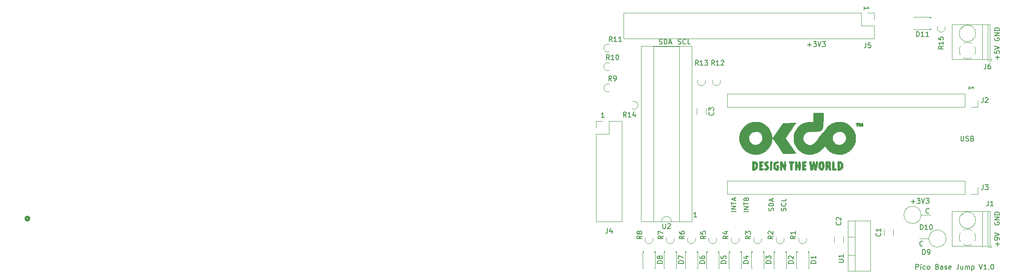
<source format=gbr>
G04 #@! TF.GenerationSoftware,KiCad,Pcbnew,5.1.4+dfsg1-1~bpo10+1*
G04 #@! TF.CreationDate,2021-09-08T12:00:35+01:00*
G04 #@! TF.ProjectId,Project01,50726f6a-6563-4743-9031-2e6b69636164,rev?*
G04 #@! TF.SameCoordinates,Original*
G04 #@! TF.FileFunction,Legend,Top*
G04 #@! TF.FilePolarity,Positive*
%FSLAX46Y46*%
G04 Gerber Fmt 4.6, Leading zero omitted, Abs format (unit mm)*
G04 Created by KiCad (PCBNEW 5.1.4+dfsg1-1~bpo10+1) date 2021-09-08 12:00:35*
%MOMM*%
%LPD*%
G04 APERTURE LIST*
%ADD10C,0.150000*%
%ADD11C,0.500000*%
%ADD12C,0.010000*%
%ADD13C,0.120000*%
G04 APERTURE END LIST*
D10*
X180985047Y-138468380D02*
X180985047Y-137468380D01*
X181366000Y-137468380D01*
X181461238Y-137516000D01*
X181508857Y-137563619D01*
X181556476Y-137658857D01*
X181556476Y-137801714D01*
X181508857Y-137896952D01*
X181461238Y-137944571D01*
X181366000Y-137992190D01*
X180985047Y-137992190D01*
X181985047Y-138468380D02*
X181985047Y-137801714D01*
X181985047Y-137468380D02*
X181937428Y-137516000D01*
X181985047Y-137563619D01*
X182032666Y-137516000D01*
X181985047Y-137468380D01*
X181985047Y-137563619D01*
X182889809Y-138420761D02*
X182794571Y-138468380D01*
X182604095Y-138468380D01*
X182508857Y-138420761D01*
X182461238Y-138373142D01*
X182413619Y-138277904D01*
X182413619Y-137992190D01*
X182461238Y-137896952D01*
X182508857Y-137849333D01*
X182604095Y-137801714D01*
X182794571Y-137801714D01*
X182889809Y-137849333D01*
X183461238Y-138468380D02*
X183366000Y-138420761D01*
X183318380Y-138373142D01*
X183270761Y-138277904D01*
X183270761Y-137992190D01*
X183318380Y-137896952D01*
X183366000Y-137849333D01*
X183461238Y-137801714D01*
X183604095Y-137801714D01*
X183699333Y-137849333D01*
X183746952Y-137896952D01*
X183794571Y-137992190D01*
X183794571Y-138277904D01*
X183746952Y-138373142D01*
X183699333Y-138420761D01*
X183604095Y-138468380D01*
X183461238Y-138468380D01*
X185318380Y-137944571D02*
X185461238Y-137992190D01*
X185508857Y-138039809D01*
X185556476Y-138135047D01*
X185556476Y-138277904D01*
X185508857Y-138373142D01*
X185461238Y-138420761D01*
X185366000Y-138468380D01*
X184985047Y-138468380D01*
X184985047Y-137468380D01*
X185318380Y-137468380D01*
X185413619Y-137516000D01*
X185461238Y-137563619D01*
X185508857Y-137658857D01*
X185508857Y-137754095D01*
X185461238Y-137849333D01*
X185413619Y-137896952D01*
X185318380Y-137944571D01*
X184985047Y-137944571D01*
X186413619Y-138468380D02*
X186413619Y-137944571D01*
X186366000Y-137849333D01*
X186270761Y-137801714D01*
X186080285Y-137801714D01*
X185985047Y-137849333D01*
X186413619Y-138420761D02*
X186318380Y-138468380D01*
X186080285Y-138468380D01*
X185985047Y-138420761D01*
X185937428Y-138325523D01*
X185937428Y-138230285D01*
X185985047Y-138135047D01*
X186080285Y-138087428D01*
X186318380Y-138087428D01*
X186413619Y-138039809D01*
X186842190Y-138420761D02*
X186937428Y-138468380D01*
X187127904Y-138468380D01*
X187223142Y-138420761D01*
X187270761Y-138325523D01*
X187270761Y-138277904D01*
X187223142Y-138182666D01*
X187127904Y-138135047D01*
X186985047Y-138135047D01*
X186889809Y-138087428D01*
X186842190Y-137992190D01*
X186842190Y-137944571D01*
X186889809Y-137849333D01*
X186985047Y-137801714D01*
X187127904Y-137801714D01*
X187223142Y-137849333D01*
X188080285Y-138420761D02*
X187985047Y-138468380D01*
X187794571Y-138468380D01*
X187699333Y-138420761D01*
X187651714Y-138325523D01*
X187651714Y-137944571D01*
X187699333Y-137849333D01*
X187794571Y-137801714D01*
X187985047Y-137801714D01*
X188080285Y-137849333D01*
X188127904Y-137944571D01*
X188127904Y-138039809D01*
X187651714Y-138135047D01*
X189604095Y-137468380D02*
X189604095Y-138182666D01*
X189556476Y-138325523D01*
X189461238Y-138420761D01*
X189318380Y-138468380D01*
X189223142Y-138468380D01*
X190508857Y-137801714D02*
X190508857Y-138468380D01*
X190080285Y-137801714D02*
X190080285Y-138325523D01*
X190127904Y-138420761D01*
X190223142Y-138468380D01*
X190366000Y-138468380D01*
X190461238Y-138420761D01*
X190508857Y-138373142D01*
X190985047Y-138468380D02*
X190985047Y-137801714D01*
X190985047Y-137896952D02*
X191032666Y-137849333D01*
X191127904Y-137801714D01*
X191270761Y-137801714D01*
X191366000Y-137849333D01*
X191413619Y-137944571D01*
X191413619Y-138468380D01*
X191413619Y-137944571D02*
X191461238Y-137849333D01*
X191556476Y-137801714D01*
X191699333Y-137801714D01*
X191794571Y-137849333D01*
X191842190Y-137944571D01*
X191842190Y-138468380D01*
X192318380Y-137801714D02*
X192318380Y-138801714D01*
X192318380Y-137849333D02*
X192413619Y-137801714D01*
X192604095Y-137801714D01*
X192699333Y-137849333D01*
X192746952Y-137896952D01*
X192794571Y-137992190D01*
X192794571Y-138277904D01*
X192746952Y-138373142D01*
X192699333Y-138420761D01*
X192604095Y-138468380D01*
X192413619Y-138468380D01*
X192318380Y-138420761D01*
X193842190Y-137468380D02*
X194175523Y-138468380D01*
X194508857Y-137468380D01*
X195366000Y-138468380D02*
X194794571Y-138468380D01*
X195080285Y-138468380D02*
X195080285Y-137468380D01*
X194985047Y-137611238D01*
X194889809Y-137706476D01*
X194794571Y-137754095D01*
X195794571Y-138373142D02*
X195842190Y-138420761D01*
X195794571Y-138468380D01*
X195746952Y-138420761D01*
X195794571Y-138373142D01*
X195794571Y-138468380D01*
X196461238Y-137468380D02*
X196556476Y-137468380D01*
X196651714Y-137516000D01*
X196699333Y-137563619D01*
X196746952Y-137658857D01*
X196794571Y-137849333D01*
X196794571Y-138087428D01*
X196746952Y-138277904D01*
X196699333Y-138373142D01*
X196651714Y-138420761D01*
X196556476Y-138468380D01*
X196461238Y-138468380D01*
X196366000Y-138420761D01*
X196318380Y-138373142D01*
X196270761Y-138277904D01*
X196223142Y-138087428D01*
X196223142Y-137849333D01*
X196270761Y-137658857D01*
X196318380Y-137563619D01*
X196366000Y-137516000D01*
X196461238Y-137468380D01*
X190144095Y-111306380D02*
X190144095Y-112115904D01*
X190191714Y-112211142D01*
X190239333Y-112258761D01*
X190334571Y-112306380D01*
X190525047Y-112306380D01*
X190620285Y-112258761D01*
X190667904Y-112211142D01*
X190715523Y-112115904D01*
X190715523Y-111306380D01*
X191144095Y-112258761D02*
X191286952Y-112306380D01*
X191525047Y-112306380D01*
X191620285Y-112258761D01*
X191667904Y-112211142D01*
X191715523Y-112115904D01*
X191715523Y-112020666D01*
X191667904Y-111925428D01*
X191620285Y-111877809D01*
X191525047Y-111830190D01*
X191334571Y-111782571D01*
X191239333Y-111734952D01*
X191191714Y-111687333D01*
X191144095Y-111592095D01*
X191144095Y-111496857D01*
X191191714Y-111401619D01*
X191239333Y-111354000D01*
X191334571Y-111306380D01*
X191572666Y-111306380D01*
X191715523Y-111354000D01*
X192477428Y-111782571D02*
X192620285Y-111830190D01*
X192667904Y-111877809D01*
X192715523Y-111973047D01*
X192715523Y-112115904D01*
X192667904Y-112211142D01*
X192620285Y-112258761D01*
X192525047Y-112306380D01*
X192144095Y-112306380D01*
X192144095Y-111306380D01*
X192477428Y-111306380D01*
X192572666Y-111354000D01*
X192620285Y-111401619D01*
X192667904Y-111496857D01*
X192667904Y-111592095D01*
X192620285Y-111687333D01*
X192572666Y-111734952D01*
X192477428Y-111782571D01*
X192144095Y-111782571D01*
X180044095Y-124645428D02*
X180806000Y-124645428D01*
X180425047Y-125026380D02*
X180425047Y-124264476D01*
X181186952Y-124026380D02*
X181806000Y-124026380D01*
X181472666Y-124407333D01*
X181615523Y-124407333D01*
X181710761Y-124454952D01*
X181758380Y-124502571D01*
X181806000Y-124597809D01*
X181806000Y-124835904D01*
X181758380Y-124931142D01*
X181710761Y-124978761D01*
X181615523Y-125026380D01*
X181329809Y-125026380D01*
X181234571Y-124978761D01*
X181186952Y-124931142D01*
X182091714Y-124026380D02*
X182425047Y-125026380D01*
X182758380Y-124026380D01*
X182996476Y-124026380D02*
X183615523Y-124026380D01*
X183282190Y-124407333D01*
X183425047Y-124407333D01*
X183520285Y-124454952D01*
X183567904Y-124502571D01*
X183615523Y-124597809D01*
X183615523Y-124835904D01*
X183567904Y-124931142D01*
X183520285Y-124978761D01*
X183425047Y-125026380D01*
X183139333Y-125026380D01*
X183044095Y-124978761D01*
X182996476Y-124931142D01*
X158962095Y-92641428D02*
X159724000Y-92641428D01*
X159343047Y-93022380D02*
X159343047Y-92260476D01*
X160104952Y-92022380D02*
X160724000Y-92022380D01*
X160390666Y-92403333D01*
X160533523Y-92403333D01*
X160628761Y-92450952D01*
X160676380Y-92498571D01*
X160724000Y-92593809D01*
X160724000Y-92831904D01*
X160676380Y-92927142D01*
X160628761Y-92974761D01*
X160533523Y-93022380D01*
X160247809Y-93022380D01*
X160152571Y-92974761D01*
X160104952Y-92927142D01*
X161009714Y-92022380D02*
X161343047Y-93022380D01*
X161676380Y-92022380D01*
X161914476Y-92022380D02*
X162533523Y-92022380D01*
X162200190Y-92403333D01*
X162343047Y-92403333D01*
X162438285Y-92450952D01*
X162485904Y-92498571D01*
X162533523Y-92593809D01*
X162533523Y-92831904D01*
X162485904Y-92927142D01*
X162438285Y-92974761D01*
X162343047Y-93022380D01*
X162057333Y-93022380D01*
X161962095Y-92974761D01*
X161914476Y-92927142D01*
X197002000Y-91279904D02*
X196954380Y-91375142D01*
X196954380Y-91518000D01*
X197002000Y-91660857D01*
X197097238Y-91756095D01*
X197192476Y-91803714D01*
X197382952Y-91851333D01*
X197525809Y-91851333D01*
X197716285Y-91803714D01*
X197811523Y-91756095D01*
X197906761Y-91660857D01*
X197954380Y-91518000D01*
X197954380Y-91422761D01*
X197906761Y-91279904D01*
X197859142Y-91232285D01*
X197525809Y-91232285D01*
X197525809Y-91422761D01*
X197954380Y-90803714D02*
X196954380Y-90803714D01*
X197954380Y-90232285D01*
X196954380Y-90232285D01*
X197954380Y-89756095D02*
X196954380Y-89756095D01*
X196954380Y-89518000D01*
X197002000Y-89375142D01*
X197097238Y-89279904D01*
X197192476Y-89232285D01*
X197382952Y-89184666D01*
X197525809Y-89184666D01*
X197716285Y-89232285D01*
X197811523Y-89279904D01*
X197906761Y-89375142D01*
X197954380Y-89518000D01*
X197954380Y-89756095D01*
X197573428Y-95613714D02*
X197573428Y-94851809D01*
X197954380Y-95232761D02*
X197192476Y-95232761D01*
X196954380Y-93899428D02*
X196954380Y-94375619D01*
X197430571Y-94423238D01*
X197382952Y-94375619D01*
X197335333Y-94280380D01*
X197335333Y-94042285D01*
X197382952Y-93947047D01*
X197430571Y-93899428D01*
X197525809Y-93851809D01*
X197763904Y-93851809D01*
X197859142Y-93899428D01*
X197906761Y-93947047D01*
X197954380Y-94042285D01*
X197954380Y-94280380D01*
X197906761Y-94375619D01*
X197859142Y-94423238D01*
X196954380Y-93566095D02*
X197954380Y-93232761D01*
X196954380Y-92899428D01*
X197002000Y-128871904D02*
X196954380Y-128967142D01*
X196954380Y-129110000D01*
X197002000Y-129252857D01*
X197097238Y-129348095D01*
X197192476Y-129395714D01*
X197382952Y-129443333D01*
X197525809Y-129443333D01*
X197716285Y-129395714D01*
X197811523Y-129348095D01*
X197906761Y-129252857D01*
X197954380Y-129110000D01*
X197954380Y-129014761D01*
X197906761Y-128871904D01*
X197859142Y-128824285D01*
X197525809Y-128824285D01*
X197525809Y-129014761D01*
X197954380Y-128395714D02*
X196954380Y-128395714D01*
X197954380Y-127824285D01*
X196954380Y-127824285D01*
X197954380Y-127348095D02*
X196954380Y-127348095D01*
X196954380Y-127110000D01*
X197002000Y-126967142D01*
X197097238Y-126871904D01*
X197192476Y-126824285D01*
X197382952Y-126776666D01*
X197525809Y-126776666D01*
X197716285Y-126824285D01*
X197811523Y-126871904D01*
X197906761Y-126967142D01*
X197954380Y-127110000D01*
X197954380Y-127348095D01*
X146952380Y-126740761D02*
X145952380Y-126740761D01*
X146952380Y-126264571D02*
X145952380Y-126264571D01*
X146952380Y-125693142D01*
X145952380Y-125693142D01*
X145952380Y-125359809D02*
X145952380Y-124788380D01*
X146952380Y-125074095D02*
X145952380Y-125074095D01*
X146428571Y-124121714D02*
X146476190Y-123978857D01*
X146523809Y-123931238D01*
X146619047Y-123883619D01*
X146761904Y-123883619D01*
X146857142Y-123931238D01*
X146904761Y-123978857D01*
X146952380Y-124074095D01*
X146952380Y-124455047D01*
X145952380Y-124455047D01*
X145952380Y-124121714D01*
X146000000Y-124026476D01*
X146047619Y-123978857D01*
X146142857Y-123931238D01*
X146238095Y-123931238D01*
X146333333Y-123978857D01*
X146380952Y-124026476D01*
X146428571Y-124121714D01*
X146428571Y-124455047D01*
X144412380Y-126669333D02*
X143412380Y-126669333D01*
X144412380Y-126193142D02*
X143412380Y-126193142D01*
X144412380Y-125621714D01*
X143412380Y-125621714D01*
X143412380Y-125288380D02*
X143412380Y-124716952D01*
X144412380Y-125002666D02*
X143412380Y-125002666D01*
X144126666Y-124431238D02*
X144126666Y-123955047D01*
X144412380Y-124526476D02*
X143412380Y-124193142D01*
X144412380Y-123859809D01*
X154524761Y-126526476D02*
X154572380Y-126383619D01*
X154572380Y-126145523D01*
X154524761Y-126050285D01*
X154477142Y-126002666D01*
X154381904Y-125955047D01*
X154286666Y-125955047D01*
X154191428Y-126002666D01*
X154143809Y-126050285D01*
X154096190Y-126145523D01*
X154048571Y-126336000D01*
X154000952Y-126431238D01*
X153953333Y-126478857D01*
X153858095Y-126526476D01*
X153762857Y-126526476D01*
X153667619Y-126478857D01*
X153620000Y-126431238D01*
X153572380Y-126336000D01*
X153572380Y-126097904D01*
X153620000Y-125955047D01*
X154477142Y-124955047D02*
X154524761Y-125002666D01*
X154572380Y-125145523D01*
X154572380Y-125240761D01*
X154524761Y-125383619D01*
X154429523Y-125478857D01*
X154334285Y-125526476D01*
X154143809Y-125574095D01*
X154000952Y-125574095D01*
X153810476Y-125526476D01*
X153715238Y-125478857D01*
X153620000Y-125383619D01*
X153572380Y-125240761D01*
X153572380Y-125145523D01*
X153620000Y-125002666D01*
X153667619Y-124955047D01*
X154572380Y-124050285D02*
X154572380Y-124526476D01*
X153572380Y-124526476D01*
X151984761Y-126550285D02*
X152032380Y-126407428D01*
X152032380Y-126169333D01*
X151984761Y-126074095D01*
X151937142Y-126026476D01*
X151841904Y-125978857D01*
X151746666Y-125978857D01*
X151651428Y-126026476D01*
X151603809Y-126074095D01*
X151556190Y-126169333D01*
X151508571Y-126359809D01*
X151460952Y-126455047D01*
X151413333Y-126502666D01*
X151318095Y-126550285D01*
X151222857Y-126550285D01*
X151127619Y-126502666D01*
X151080000Y-126455047D01*
X151032380Y-126359809D01*
X151032380Y-126121714D01*
X151080000Y-125978857D01*
X152032380Y-125550285D02*
X151032380Y-125550285D01*
X151032380Y-125312190D01*
X151080000Y-125169333D01*
X151175238Y-125074095D01*
X151270476Y-125026476D01*
X151460952Y-124978857D01*
X151603809Y-124978857D01*
X151794285Y-125026476D01*
X151889523Y-125074095D01*
X151984761Y-125169333D01*
X152032380Y-125312190D01*
X152032380Y-125550285D01*
X151746666Y-124597904D02*
X151746666Y-124121714D01*
X152032380Y-124693142D02*
X151032380Y-124359809D01*
X152032380Y-124026476D01*
X132609523Y-92466761D02*
X132752380Y-92514380D01*
X132990476Y-92514380D01*
X133085714Y-92466761D01*
X133133333Y-92419142D01*
X133180952Y-92323904D01*
X133180952Y-92228666D01*
X133133333Y-92133428D01*
X133085714Y-92085809D01*
X132990476Y-92038190D01*
X132800000Y-91990571D01*
X132704761Y-91942952D01*
X132657142Y-91895333D01*
X132609523Y-91800095D01*
X132609523Y-91704857D01*
X132657142Y-91609619D01*
X132704761Y-91562000D01*
X132800000Y-91514380D01*
X133038095Y-91514380D01*
X133180952Y-91562000D01*
X134180952Y-92419142D02*
X134133333Y-92466761D01*
X133990476Y-92514380D01*
X133895238Y-92514380D01*
X133752380Y-92466761D01*
X133657142Y-92371523D01*
X133609523Y-92276285D01*
X133561904Y-92085809D01*
X133561904Y-91942952D01*
X133609523Y-91752476D01*
X133657142Y-91657238D01*
X133752380Y-91562000D01*
X133895238Y-91514380D01*
X133990476Y-91514380D01*
X134133333Y-91562000D01*
X134180952Y-91609619D01*
X135085714Y-92514380D02*
X134609523Y-92514380D01*
X134609523Y-91514380D01*
X128775714Y-92466761D02*
X128918571Y-92514380D01*
X129156666Y-92514380D01*
X129251904Y-92466761D01*
X129299523Y-92419142D01*
X129347142Y-92323904D01*
X129347142Y-92228666D01*
X129299523Y-92133428D01*
X129251904Y-92085809D01*
X129156666Y-92038190D01*
X128966190Y-91990571D01*
X128870952Y-91942952D01*
X128823333Y-91895333D01*
X128775714Y-91800095D01*
X128775714Y-91704857D01*
X128823333Y-91609619D01*
X128870952Y-91562000D01*
X128966190Y-91514380D01*
X129204285Y-91514380D01*
X129347142Y-91562000D01*
X129775714Y-92514380D02*
X129775714Y-91514380D01*
X130013809Y-91514380D01*
X130156666Y-91562000D01*
X130251904Y-91657238D01*
X130299523Y-91752476D01*
X130347142Y-91942952D01*
X130347142Y-92085809D01*
X130299523Y-92276285D01*
X130251904Y-92371523D01*
X130156666Y-92466761D01*
X130013809Y-92514380D01*
X129775714Y-92514380D01*
X130728095Y-92228666D02*
X131204285Y-92228666D01*
X130632857Y-92514380D02*
X130966190Y-91514380D01*
X131299523Y-92514380D01*
X197573428Y-133713714D02*
X197573428Y-132951809D01*
X197954380Y-133332761D02*
X197192476Y-133332761D01*
X197954380Y-132428000D02*
X197954380Y-132237523D01*
X197906761Y-132142285D01*
X197859142Y-132094666D01*
X197716285Y-131999428D01*
X197525809Y-131951809D01*
X197144857Y-131951809D01*
X197049619Y-131999428D01*
X197002000Y-132047047D01*
X196954380Y-132142285D01*
X196954380Y-132332761D01*
X197002000Y-132428000D01*
X197049619Y-132475619D01*
X197144857Y-132523238D01*
X197382952Y-132523238D01*
X197478190Y-132475619D01*
X197525809Y-132428000D01*
X197573428Y-132332761D01*
X197573428Y-132142285D01*
X197525809Y-132047047D01*
X197478190Y-131999428D01*
X197382952Y-131951809D01*
X196954380Y-131666095D02*
X197954380Y-131332761D01*
X196954380Y-130999428D01*
X117575714Y-107500380D02*
X117004285Y-107500380D01*
X117290000Y-107500380D02*
X117290000Y-106500380D01*
X117194761Y-106643238D01*
X117099523Y-106738476D01*
X117004285Y-106786095D01*
X170431619Y-85489714D02*
X170431619Y-84918285D01*
X170431619Y-85204000D02*
X171431619Y-85204000D01*
X171288761Y-85108761D01*
X171193523Y-85013523D01*
X171145904Y-84918285D01*
X191767619Y-101745714D02*
X191767619Y-101174285D01*
X191767619Y-101460000D02*
X192767619Y-101460000D01*
X192624761Y-101364761D01*
X192529523Y-101269523D01*
X192481904Y-101174285D01*
X136371714Y-127820380D02*
X135800285Y-127820380D01*
X136086000Y-127820380D02*
X136086000Y-126820380D01*
X135990761Y-126963238D01*
X135895523Y-127058476D01*
X135800285Y-127106095D01*
D11*
X609210Y-128130000D02*
G75*
G03X609210Y-128130000I-359210J0D01*
G01*
D12*
G36*
X170109544Y-108597554D02*
G01*
X170150402Y-108780245D01*
X170154667Y-108921711D01*
X170154667Y-109291422D01*
X169731333Y-109291422D01*
X169480645Y-109285563D01*
X169355626Y-109251308D01*
X169312645Y-109163643D01*
X169308000Y-109048711D01*
X169282428Y-108875311D01*
X169223333Y-108806000D01*
X169163886Y-108879573D01*
X169138673Y-109056840D01*
X169138667Y-109060000D01*
X169100802Y-109261652D01*
X169011667Y-109314000D01*
X168910636Y-109238617D01*
X168884667Y-109067056D01*
X168852242Y-108878007D01*
X168778833Y-108782314D01*
X168704470Y-108723887D01*
X168781845Y-108666068D01*
X168993570Y-108617876D01*
X169126719Y-108601860D01*
X169444027Y-108611465D01*
X169606155Y-108692917D01*
X169719799Y-108773617D01*
X169825916Y-108721992D01*
X169864381Y-108685048D01*
X170017443Y-108568463D01*
X170109544Y-108597554D01*
X170109544Y-108597554D01*
G37*
X170109544Y-108597554D02*
X170150402Y-108780245D01*
X170154667Y-108921711D01*
X170154667Y-109291422D01*
X169731333Y-109291422D01*
X169480645Y-109285563D01*
X169355626Y-109251308D01*
X169312645Y-109163643D01*
X169308000Y-109048711D01*
X169282428Y-108875311D01*
X169223333Y-108806000D01*
X169163886Y-108879573D01*
X169138673Y-109056840D01*
X169138667Y-109060000D01*
X169100802Y-109261652D01*
X169011667Y-109314000D01*
X168910636Y-109238617D01*
X168884667Y-109067056D01*
X168852242Y-108878007D01*
X168778833Y-108782314D01*
X168704470Y-108723887D01*
X168781845Y-108666068D01*
X168993570Y-108617876D01*
X169126719Y-108601860D01*
X169444027Y-108611465D01*
X169606155Y-108692917D01*
X169719799Y-108773617D01*
X169825916Y-108721992D01*
X169864381Y-108685048D01*
X170017443Y-108568463D01*
X170109544Y-108597554D01*
G36*
X156480996Y-108605058D02*
G01*
X156523333Y-108634055D01*
X156478063Y-108717059D01*
X156351416Y-108919022D01*
X156157141Y-109218813D01*
X155908985Y-109595300D01*
X155620695Y-110027352D01*
X155502947Y-110202499D01*
X154482561Y-111717188D01*
X155502947Y-113219366D01*
X155803660Y-113664201D01*
X156069272Y-114061200D01*
X156285931Y-114389318D01*
X156439783Y-114627511D01*
X156516975Y-114754735D01*
X156523333Y-114769439D01*
X156443509Y-114785785D01*
X156223385Y-114799318D01*
X155891985Y-114809033D01*
X155478334Y-114813923D01*
X155232167Y-114814206D01*
X153941000Y-114811078D01*
X152895141Y-113259047D01*
X151849282Y-111707017D01*
X153933502Y-108636667D01*
X155037917Y-108629611D01*
X155469854Y-108625365D01*
X155854014Y-108618849D01*
X156151376Y-108610912D01*
X156322921Y-108602405D01*
X156332833Y-108601427D01*
X156480996Y-108605058D01*
X156480996Y-108605058D01*
G37*
X156480996Y-108605058D02*
X156523333Y-108634055D01*
X156478063Y-108717059D01*
X156351416Y-108919022D01*
X156157141Y-109218813D01*
X155908985Y-109595300D01*
X155620695Y-110027352D01*
X155502947Y-110202499D01*
X154482561Y-111717188D01*
X155502947Y-113219366D01*
X155803660Y-113664201D01*
X156069272Y-114061200D01*
X156285931Y-114389318D01*
X156439783Y-114627511D01*
X156516975Y-114754735D01*
X156523333Y-114769439D01*
X156443509Y-114785785D01*
X156223385Y-114799318D01*
X155891985Y-114809033D01*
X155478334Y-114813923D01*
X155232167Y-114814206D01*
X153941000Y-114811078D01*
X152895141Y-113259047D01*
X151849282Y-111707017D01*
X153933502Y-108636667D01*
X155037917Y-108629611D01*
X155469854Y-108625365D01*
X155854014Y-108618849D01*
X156151376Y-108610912D01*
X156322921Y-108602405D01*
X156332833Y-108601427D01*
X156480996Y-108605058D01*
G36*
X162111333Y-108010038D02*
G01*
X162105579Y-108696656D01*
X162078189Y-109232661D01*
X162013975Y-109636650D01*
X161897745Y-109927220D01*
X161714310Y-110122968D01*
X161448479Y-110242492D01*
X161085064Y-110304389D01*
X160608873Y-110327255D01*
X160216418Y-110330000D01*
X159630559Y-110341194D01*
X159183888Y-110380663D01*
X158847379Y-110457241D01*
X158592006Y-110579761D01*
X158388744Y-110757057D01*
X158256348Y-110926493D01*
X158064727Y-111338968D01*
X158020533Y-111776865D01*
X158113119Y-112204888D01*
X158331840Y-112587746D01*
X158666047Y-112890144D01*
X158883173Y-113004393D01*
X159330113Y-113115921D01*
X159756980Y-113064506D01*
X160169979Y-112848073D01*
X160575318Y-112464545D01*
X160606422Y-112427987D01*
X160782516Y-112212072D01*
X161035651Y-111893595D01*
X161161665Y-111732888D01*
X163993561Y-111732888D01*
X164053344Y-112128876D01*
X164234894Y-112498163D01*
X164544078Y-112812288D01*
X164778333Y-112955082D01*
X165153220Y-113093706D01*
X165508529Y-113105235D01*
X165910593Y-112991359D01*
X165928249Y-112984354D01*
X166322164Y-112747776D01*
X166594490Y-112421479D01*
X166743270Y-112035583D01*
X166766548Y-111620209D01*
X166662366Y-111205480D01*
X166428769Y-110821516D01*
X166088652Y-110515022D01*
X165875378Y-110394773D01*
X165656794Y-110343811D01*
X165356853Y-110345749D01*
X165315778Y-110348478D01*
X164854743Y-110451093D01*
X164486136Y-110669301D01*
X164215825Y-110974642D01*
X164049677Y-111338657D01*
X163993561Y-111732888D01*
X161161665Y-111732888D01*
X161340471Y-111504856D01*
X161671617Y-111078157D01*
X161936241Y-110734055D01*
X162373085Y-110171903D01*
X162734315Y-109729591D01*
X163040036Y-109387273D01*
X163310355Y-109125105D01*
X163565376Y-108923242D01*
X163825207Y-108761841D01*
X164048506Y-108649234D01*
X164299487Y-108542689D01*
X164532623Y-108476295D01*
X164801989Y-108440929D01*
X165161662Y-108427469D01*
X165371000Y-108426124D01*
X165778793Y-108430367D01*
X166073292Y-108451311D01*
X166310418Y-108499355D01*
X166546093Y-108584896D01*
X166768242Y-108685927D01*
X167395411Y-109073788D01*
X167932188Y-109589189D01*
X168347516Y-110201075D01*
X168412073Y-110329758D01*
X168534746Y-110604312D01*
X168611701Y-110836437D01*
X168653399Y-111082149D01*
X168670301Y-111397463D01*
X168673000Y-111727000D01*
X168667352Y-112143175D01*
X168644213Y-112444527D01*
X168594287Y-112685368D01*
X168508280Y-112920007D01*
X168444748Y-113060724D01*
X168055486Y-113697795D01*
X167542347Y-114233579D01*
X166928804Y-114650218D01*
X166238336Y-114929854D01*
X165880636Y-115011179D01*
X165257305Y-115044283D01*
X164615518Y-114947904D01*
X163996428Y-114737032D01*
X163441183Y-114426657D01*
X162990936Y-114031768D01*
X162903587Y-113926747D01*
X162725894Y-113697518D01*
X162571484Y-113497800D01*
X162533505Y-113448517D01*
X162455510Y-113362789D01*
X162383252Y-113358413D01*
X162281812Y-113453897D01*
X162116269Y-113667746D01*
X162113923Y-113670877D01*
X161627903Y-114190848D01*
X161048056Y-114597914D01*
X160404022Y-114881392D01*
X159725439Y-115030600D01*
X159041947Y-115034854D01*
X158576557Y-114945892D01*
X158249705Y-114839593D01*
X157931938Y-114713897D01*
X157814557Y-114658825D01*
X157459482Y-114421076D01*
X157083232Y-114076048D01*
X156731384Y-113672082D01*
X156449516Y-113257522D01*
X156390481Y-113148386D01*
X156279642Y-112916525D01*
X156207748Y-112714783D01*
X156166467Y-112495425D01*
X156147464Y-112210715D01*
X156142406Y-111812917D01*
X156142333Y-111727000D01*
X156146281Y-111299345D01*
X156163340Y-110993343D01*
X156201330Y-110761396D01*
X156268073Y-110555907D01*
X156371388Y-110329278D01*
X156372298Y-110327425D01*
X156784726Y-109664295D01*
X157301620Y-109132104D01*
X157912781Y-108737190D01*
X158608008Y-108485891D01*
X159377101Y-108384545D01*
X159502034Y-108382667D01*
X160079333Y-108382667D01*
X160079333Y-106520000D01*
X162111333Y-106520000D01*
X162111333Y-108010038D01*
X162111333Y-108010038D01*
G37*
X162111333Y-108010038D02*
X162105579Y-108696656D01*
X162078189Y-109232661D01*
X162013975Y-109636650D01*
X161897745Y-109927220D01*
X161714310Y-110122968D01*
X161448479Y-110242492D01*
X161085064Y-110304389D01*
X160608873Y-110327255D01*
X160216418Y-110330000D01*
X159630559Y-110341194D01*
X159183888Y-110380663D01*
X158847379Y-110457241D01*
X158592006Y-110579761D01*
X158388744Y-110757057D01*
X158256348Y-110926493D01*
X158064727Y-111338968D01*
X158020533Y-111776865D01*
X158113119Y-112204888D01*
X158331840Y-112587746D01*
X158666047Y-112890144D01*
X158883173Y-113004393D01*
X159330113Y-113115921D01*
X159756980Y-113064506D01*
X160169979Y-112848073D01*
X160575318Y-112464545D01*
X160606422Y-112427987D01*
X160782516Y-112212072D01*
X161035651Y-111893595D01*
X161161665Y-111732888D01*
X163993561Y-111732888D01*
X164053344Y-112128876D01*
X164234894Y-112498163D01*
X164544078Y-112812288D01*
X164778333Y-112955082D01*
X165153220Y-113093706D01*
X165508529Y-113105235D01*
X165910593Y-112991359D01*
X165928249Y-112984354D01*
X166322164Y-112747776D01*
X166594490Y-112421479D01*
X166743270Y-112035583D01*
X166766548Y-111620209D01*
X166662366Y-111205480D01*
X166428769Y-110821516D01*
X166088652Y-110515022D01*
X165875378Y-110394773D01*
X165656794Y-110343811D01*
X165356853Y-110345749D01*
X165315778Y-110348478D01*
X164854743Y-110451093D01*
X164486136Y-110669301D01*
X164215825Y-110974642D01*
X164049677Y-111338657D01*
X163993561Y-111732888D01*
X161161665Y-111732888D01*
X161340471Y-111504856D01*
X161671617Y-111078157D01*
X161936241Y-110734055D01*
X162373085Y-110171903D01*
X162734315Y-109729591D01*
X163040036Y-109387273D01*
X163310355Y-109125105D01*
X163565376Y-108923242D01*
X163825207Y-108761841D01*
X164048506Y-108649234D01*
X164299487Y-108542689D01*
X164532623Y-108476295D01*
X164801989Y-108440929D01*
X165161662Y-108427469D01*
X165371000Y-108426124D01*
X165778793Y-108430367D01*
X166073292Y-108451311D01*
X166310418Y-108499355D01*
X166546093Y-108584896D01*
X166768242Y-108685927D01*
X167395411Y-109073788D01*
X167932188Y-109589189D01*
X168347516Y-110201075D01*
X168412073Y-110329758D01*
X168534746Y-110604312D01*
X168611701Y-110836437D01*
X168653399Y-111082149D01*
X168670301Y-111397463D01*
X168673000Y-111727000D01*
X168667352Y-112143175D01*
X168644213Y-112444527D01*
X168594287Y-112685368D01*
X168508280Y-112920007D01*
X168444748Y-113060724D01*
X168055486Y-113697795D01*
X167542347Y-114233579D01*
X166928804Y-114650218D01*
X166238336Y-114929854D01*
X165880636Y-115011179D01*
X165257305Y-115044283D01*
X164615518Y-114947904D01*
X163996428Y-114737032D01*
X163441183Y-114426657D01*
X162990936Y-114031768D01*
X162903587Y-113926747D01*
X162725894Y-113697518D01*
X162571484Y-113497800D01*
X162533505Y-113448517D01*
X162455510Y-113362789D01*
X162383252Y-113358413D01*
X162281812Y-113453897D01*
X162116269Y-113667746D01*
X162113923Y-113670877D01*
X161627903Y-114190848D01*
X161048056Y-114597914D01*
X160404022Y-114881392D01*
X159725439Y-115030600D01*
X159041947Y-115034854D01*
X158576557Y-114945892D01*
X158249705Y-114839593D01*
X157931938Y-114713897D01*
X157814557Y-114658825D01*
X157459482Y-114421076D01*
X157083232Y-114076048D01*
X156731384Y-113672082D01*
X156449516Y-113257522D01*
X156390481Y-113148386D01*
X156279642Y-112916525D01*
X156207748Y-112714783D01*
X156166467Y-112495425D01*
X156147464Y-112210715D01*
X156142406Y-111812917D01*
X156142333Y-111727000D01*
X156146281Y-111299345D01*
X156163340Y-110993343D01*
X156201330Y-110761396D01*
X156268073Y-110555907D01*
X156371388Y-110329278D01*
X156372298Y-110327425D01*
X156784726Y-109664295D01*
X157301620Y-109132104D01*
X157912781Y-108737190D01*
X158608008Y-108485891D01*
X159377101Y-108384545D01*
X159502034Y-108382667D01*
X160079333Y-108382667D01*
X160079333Y-106520000D01*
X162111333Y-106520000D01*
X162111333Y-108010038D01*
G36*
X148814872Y-108429520D02*
G01*
X149115244Y-108448744D01*
X149346500Y-108491166D01*
X149558693Y-108565283D01*
X149753155Y-108655462D01*
X150423352Y-109069272D01*
X150959597Y-109581760D01*
X151356070Y-110183768D01*
X151606947Y-110866145D01*
X151706406Y-111619734D01*
X151707917Y-111729091D01*
X151629520Y-112453222D01*
X151406475Y-113116970D01*
X151056993Y-113706076D01*
X150599289Y-114206280D01*
X150051576Y-114603326D01*
X149432069Y-114882952D01*
X148758980Y-115030902D01*
X148050524Y-115032916D01*
X147591000Y-114952036D01*
X146902287Y-114697539D01*
X146296123Y-114305049D01*
X145789129Y-113792550D01*
X145397929Y-113178021D01*
X145139144Y-112479444D01*
X145087533Y-112243909D01*
X145058842Y-111783655D01*
X146985167Y-111783655D01*
X147102269Y-112217135D01*
X147370534Y-112634989D01*
X147391755Y-112659546D01*
X147752143Y-112957234D01*
X148162851Y-113095976D01*
X148609487Y-113073305D01*
X148990543Y-112933500D01*
X149384494Y-112669814D01*
X149627213Y-112342619D01*
X149731475Y-111929599D01*
X149733207Y-111636395D01*
X149683135Y-111253033D01*
X149578035Y-110978592D01*
X149507337Y-110874395D01*
X149164760Y-110557692D01*
X148765727Y-110379429D01*
X148341847Y-110333417D01*
X147924732Y-110413467D01*
X147545993Y-110613390D01*
X147237242Y-110926996D01*
X147030089Y-111348095D01*
X147026425Y-111360146D01*
X146985167Y-111783655D01*
X145058842Y-111783655D01*
X145045183Y-111564550D01*
X145156473Y-110888160D01*
X145407309Y-110240908D01*
X145783596Y-109648966D01*
X146271238Y-109138502D01*
X146856139Y-108735687D01*
X147022204Y-108651912D01*
X147266341Y-108546471D01*
X147488756Y-108479546D01*
X147740662Y-108442673D01*
X148073274Y-108427389D01*
X148395333Y-108425000D01*
X148814872Y-108429520D01*
X148814872Y-108429520D01*
G37*
X148814872Y-108429520D02*
X149115244Y-108448744D01*
X149346500Y-108491166D01*
X149558693Y-108565283D01*
X149753155Y-108655462D01*
X150423352Y-109069272D01*
X150959597Y-109581760D01*
X151356070Y-110183768D01*
X151606947Y-110866145D01*
X151706406Y-111619734D01*
X151707917Y-111729091D01*
X151629520Y-112453222D01*
X151406475Y-113116970D01*
X151056993Y-113706076D01*
X150599289Y-114206280D01*
X150051576Y-114603326D01*
X149432069Y-114882952D01*
X148758980Y-115030902D01*
X148050524Y-115032916D01*
X147591000Y-114952036D01*
X146902287Y-114697539D01*
X146296123Y-114305049D01*
X145789129Y-113792550D01*
X145397929Y-113178021D01*
X145139144Y-112479444D01*
X145087533Y-112243909D01*
X145058842Y-111783655D01*
X146985167Y-111783655D01*
X147102269Y-112217135D01*
X147370534Y-112634989D01*
X147391755Y-112659546D01*
X147752143Y-112957234D01*
X148162851Y-113095976D01*
X148609487Y-113073305D01*
X148990543Y-112933500D01*
X149384494Y-112669814D01*
X149627213Y-112342619D01*
X149731475Y-111929599D01*
X149733207Y-111636395D01*
X149683135Y-111253033D01*
X149578035Y-110978592D01*
X149507337Y-110874395D01*
X149164760Y-110557692D01*
X148765727Y-110379429D01*
X148341847Y-110333417D01*
X147924732Y-110413467D01*
X147545993Y-110613390D01*
X147237242Y-110926996D01*
X147030089Y-111348095D01*
X147026425Y-111360146D01*
X146985167Y-111783655D01*
X145058842Y-111783655D01*
X145045183Y-111564550D01*
X145156473Y-110888160D01*
X145407309Y-110240908D01*
X145783596Y-109648966D01*
X146271238Y-109138502D01*
X146856139Y-108735687D01*
X147022204Y-108651912D01*
X147266341Y-108546471D01*
X147488756Y-108479546D01*
X147740662Y-108442673D01*
X148073274Y-108427389D01*
X148395333Y-108425000D01*
X148814872Y-108429520D01*
G36*
X165682161Y-116497121D02*
G01*
X165954139Y-116694481D01*
X166118354Y-116994073D01*
X166159976Y-117371892D01*
X166101029Y-117694801D01*
X165965818Y-117969567D01*
X165731235Y-118145650D01*
X165717445Y-118152301D01*
X165411280Y-118262546D01*
X165167535Y-118283030D01*
X165046444Y-118232222D01*
X165022948Y-118128842D01*
X165004239Y-117894499D01*
X164992642Y-117567548D01*
X164990662Y-117367700D01*
X165413333Y-117367700D01*
X165417620Y-117677637D01*
X165435073Y-117845949D01*
X165472586Y-117900225D01*
X165537048Y-117868057D01*
X165538093Y-117867193D01*
X165641968Y-117713306D01*
X165713043Y-117496112D01*
X165722134Y-117256068D01*
X165677679Y-117015919D01*
X165596386Y-116833056D01*
X165500095Y-116764667D01*
X165454438Y-116843794D01*
X165423975Y-117059676D01*
X165413333Y-117367700D01*
X164990662Y-117367700D01*
X164990000Y-117300889D01*
X164990000Y-116426000D01*
X165317248Y-116426000D01*
X165682161Y-116497121D01*
X165682161Y-116497121D01*
G37*
X165682161Y-116497121D02*
X165954139Y-116694481D01*
X166118354Y-116994073D01*
X166159976Y-117371892D01*
X166101029Y-117694801D01*
X165965818Y-117969567D01*
X165731235Y-118145650D01*
X165717445Y-118152301D01*
X165411280Y-118262546D01*
X165167535Y-118283030D01*
X165046444Y-118232222D01*
X165022948Y-118128842D01*
X165004239Y-117894499D01*
X164992642Y-117567548D01*
X164990662Y-117367700D01*
X165413333Y-117367700D01*
X165417620Y-117677637D01*
X165435073Y-117845949D01*
X165472586Y-117900225D01*
X165537048Y-117868057D01*
X165538093Y-117867193D01*
X165641968Y-117713306D01*
X165713043Y-117496112D01*
X165722134Y-117256068D01*
X165677679Y-117015919D01*
X165596386Y-116833056D01*
X165500095Y-116764667D01*
X165454438Y-116843794D01*
X165423975Y-117059676D01*
X165413333Y-117367700D01*
X164990662Y-117367700D01*
X164990000Y-117300889D01*
X164990000Y-116426000D01*
X165317248Y-116426000D01*
X165682161Y-116497121D01*
G36*
X164270404Y-116475292D02*
G01*
X164299764Y-116589887D01*
X164310937Y-116812268D01*
X164312667Y-117139778D01*
X164314509Y-117489981D01*
X164326614Y-117704245D01*
X164358844Y-117815963D01*
X164421064Y-117858527D01*
X164523138Y-117865333D01*
X164526990Y-117865334D01*
X164697330Y-117914248D01*
X164807559Y-118026264D01*
X164812866Y-118149295D01*
X164793317Y-118174905D01*
X164664652Y-118225244D01*
X164448747Y-118249362D01*
X164210084Y-118247571D01*
X164013145Y-118220181D01*
X163923424Y-118170717D01*
X163908060Y-118043467D01*
X163900828Y-117790759D01*
X163902515Y-117456311D01*
X163907127Y-117266315D01*
X163921066Y-116894099D01*
X163940828Y-116658351D01*
X163974973Y-116526229D01*
X164032060Y-116464891D01*
X164120651Y-116441494D01*
X164122167Y-116441278D01*
X164214118Y-116436438D01*
X164270404Y-116475292D01*
X164270404Y-116475292D01*
G37*
X164270404Y-116475292D02*
X164299764Y-116589887D01*
X164310937Y-116812268D01*
X164312667Y-117139778D01*
X164314509Y-117489981D01*
X164326614Y-117704245D01*
X164358844Y-117815963D01*
X164421064Y-117858527D01*
X164523138Y-117865333D01*
X164526990Y-117865334D01*
X164697330Y-117914248D01*
X164807559Y-118026264D01*
X164812866Y-118149295D01*
X164793317Y-118174905D01*
X164664652Y-118225244D01*
X164448747Y-118249362D01*
X164210084Y-118247571D01*
X164013145Y-118220181D01*
X163923424Y-118170717D01*
X163908060Y-118043467D01*
X163900828Y-117790759D01*
X163902515Y-117456311D01*
X163907127Y-117266315D01*
X163921066Y-116894099D01*
X163940828Y-116658351D01*
X163974973Y-116526229D01*
X164032060Y-116464891D01*
X164120651Y-116441494D01*
X164122167Y-116441278D01*
X164214118Y-116436438D01*
X164270404Y-116475292D01*
G36*
X163436155Y-116495119D02*
G01*
X163513836Y-116569193D01*
X163620463Y-116834673D01*
X163605443Y-117135802D01*
X163555525Y-117263589D01*
X163527625Y-117476092D01*
X163601887Y-117778928D01*
X163673085Y-118060610D01*
X163642592Y-118214755D01*
X163505311Y-118252907D01*
X163401040Y-118233686D01*
X163242926Y-118123676D01*
X163212000Y-117989383D01*
X163186527Y-117752032D01*
X163122057Y-117599290D01*
X163036510Y-117572881D01*
X163033795Y-117574483D01*
X162981891Y-117683378D01*
X162958153Y-117884768D01*
X162958000Y-117902789D01*
X162927176Y-118118636D01*
X162819095Y-118219001D01*
X162788751Y-118228510D01*
X162637373Y-118241257D01*
X162585599Y-118217218D01*
X162572465Y-118113955D01*
X162564346Y-117880438D01*
X162562162Y-117555699D01*
X162564348Y-117315000D01*
X162569408Y-116976334D01*
X162958000Y-116976334D01*
X163002160Y-117146572D01*
X163085000Y-117188000D01*
X163187143Y-117114399D01*
X163212000Y-116976334D01*
X163167839Y-116806095D01*
X163085000Y-116764667D01*
X162982857Y-116838268D01*
X162958000Y-116976334D01*
X162569408Y-116976334D01*
X162577000Y-116468334D01*
X162987362Y-116442193D01*
X163267932Y-116442055D01*
X163436155Y-116495119D01*
X163436155Y-116495119D01*
G37*
X163436155Y-116495119D02*
X163513836Y-116569193D01*
X163620463Y-116834673D01*
X163605443Y-117135802D01*
X163555525Y-117263589D01*
X163527625Y-117476092D01*
X163601887Y-117778928D01*
X163673085Y-118060610D01*
X163642592Y-118214755D01*
X163505311Y-118252907D01*
X163401040Y-118233686D01*
X163242926Y-118123676D01*
X163212000Y-117989383D01*
X163186527Y-117752032D01*
X163122057Y-117599290D01*
X163036510Y-117572881D01*
X163033795Y-117574483D01*
X162981891Y-117683378D01*
X162958153Y-117884768D01*
X162958000Y-117902789D01*
X162927176Y-118118636D01*
X162819095Y-118219001D01*
X162788751Y-118228510D01*
X162637373Y-118241257D01*
X162585599Y-118217218D01*
X162572465Y-118113955D01*
X162564346Y-117880438D01*
X162562162Y-117555699D01*
X162564348Y-117315000D01*
X162569408Y-116976334D01*
X162958000Y-116976334D01*
X163002160Y-117146572D01*
X163085000Y-117188000D01*
X163187143Y-117114399D01*
X163212000Y-116976334D01*
X163167839Y-116806095D01*
X163085000Y-116764667D01*
X162982857Y-116838268D01*
X162958000Y-116976334D01*
X162569408Y-116976334D01*
X162577000Y-116468334D01*
X162987362Y-116442193D01*
X163267932Y-116442055D01*
X163436155Y-116495119D01*
G36*
X162025382Y-116486907D02*
G01*
X162136513Y-116576379D01*
X162270552Y-116819849D01*
X162330549Y-117137100D01*
X162322577Y-117482164D01*
X162252708Y-117809072D01*
X162127014Y-118071854D01*
X161951569Y-118224543D01*
X161917243Y-118236241D01*
X161733893Y-118278773D01*
X161617387Y-118261941D01*
X161470806Y-118169450D01*
X161455267Y-118158567D01*
X161253683Y-117920937D01*
X161151720Y-117587943D01*
X161151898Y-117527741D01*
X161549010Y-117527741D01*
X161568939Y-117655158D01*
X161653675Y-117828568D01*
X161759825Y-117847043D01*
X161855675Y-117716427D01*
X161890038Y-117595974D01*
X161914064Y-117328158D01*
X161891384Y-117066015D01*
X161831880Y-116861432D01*
X161745433Y-116766298D01*
X161731732Y-116764667D01*
X161652425Y-116840056D01*
X161588785Y-117029294D01*
X161550938Y-117276987D01*
X161549010Y-117527741D01*
X161151898Y-117527741D01*
X161152860Y-117203616D01*
X161260581Y-116811984D01*
X161336760Y-116658834D01*
X161524886Y-116480328D01*
X161775733Y-116420822D01*
X162025382Y-116486907D01*
X162025382Y-116486907D01*
G37*
X162025382Y-116486907D02*
X162136513Y-116576379D01*
X162270552Y-116819849D01*
X162330549Y-117137100D01*
X162322577Y-117482164D01*
X162252708Y-117809072D01*
X162127014Y-118071854D01*
X161951569Y-118224543D01*
X161917243Y-118236241D01*
X161733893Y-118278773D01*
X161617387Y-118261941D01*
X161470806Y-118169450D01*
X161455267Y-118158567D01*
X161253683Y-117920937D01*
X161151720Y-117587943D01*
X161151898Y-117527741D01*
X161549010Y-117527741D01*
X161568939Y-117655158D01*
X161653675Y-117828568D01*
X161759825Y-117847043D01*
X161855675Y-117716427D01*
X161890038Y-117595974D01*
X161914064Y-117328158D01*
X161891384Y-117066015D01*
X161831880Y-116861432D01*
X161745433Y-116766298D01*
X161731732Y-116764667D01*
X161652425Y-116840056D01*
X161588785Y-117029294D01*
X161550938Y-117276987D01*
X161549010Y-117527741D01*
X161151898Y-117527741D01*
X161152860Y-117203616D01*
X161260581Y-116811984D01*
X161336760Y-116658834D01*
X161524886Y-116480328D01*
X161775733Y-116420822D01*
X162025382Y-116486907D01*
G36*
X160958115Y-116454970D02*
G01*
X161010667Y-116510629D01*
X160996648Y-116638424D01*
X160959898Y-116879112D01*
X160908373Y-117187721D01*
X160850029Y-117519275D01*
X160792824Y-117828801D01*
X160744714Y-118071325D01*
X160713655Y-118201873D01*
X160709791Y-118211282D01*
X160611814Y-118244752D01*
X160485085Y-118246647D01*
X160367455Y-118214434D01*
X160292330Y-118111936D01*
X160236146Y-117898044D01*
X160213966Y-117773698D01*
X160167491Y-117525227D01*
X160131867Y-117426589D01*
X160096812Y-117459610D01*
X160074239Y-117526667D01*
X160020428Y-117787413D01*
X160003106Y-117961297D01*
X159950431Y-118144184D01*
X159782826Y-118224753D01*
X159780979Y-118225109D01*
X159609717Y-118237982D01*
X159535591Y-118213812D01*
X159509256Y-118110949D01*
X159467447Y-117884028D01*
X159418027Y-117576712D01*
X159404210Y-117484334D01*
X159351294Y-117138845D01*
X159301615Y-116838536D01*
X159264472Y-116639141D01*
X159259419Y-116616500D01*
X159253649Y-116474888D01*
X159359858Y-116428266D01*
X159428416Y-116426000D01*
X159543157Y-116437706D01*
X159613864Y-116497626D01*
X159658518Y-116642959D01*
X159695101Y-116910907D01*
X159704668Y-116997500D01*
X159738419Y-117268074D01*
X159768835Y-117443050D01*
X159789704Y-117487271D01*
X159790711Y-117484334D01*
X159819122Y-117360088D01*
X159867739Y-117126870D01*
X159910640Y-116912834D01*
X159978907Y-116626996D01*
X160051567Y-116476225D01*
X160146178Y-116426768D01*
X160163910Y-116426000D01*
X160261051Y-116458473D01*
X160324449Y-116580284D01*
X160371058Y-116828023D01*
X160379210Y-116890708D01*
X160432525Y-117174416D01*
X160492273Y-117292669D01*
X160545858Y-117248274D01*
X160580682Y-117044039D01*
X160587333Y-116844337D01*
X160594388Y-116594960D01*
X160630240Y-116471244D01*
X160716916Y-116429651D01*
X160799000Y-116426000D01*
X160958115Y-116454970D01*
X160958115Y-116454970D01*
G37*
X160958115Y-116454970D02*
X161010667Y-116510629D01*
X160996648Y-116638424D01*
X160959898Y-116879112D01*
X160908373Y-117187721D01*
X160850029Y-117519275D01*
X160792824Y-117828801D01*
X160744714Y-118071325D01*
X160713655Y-118201873D01*
X160709791Y-118211282D01*
X160611814Y-118244752D01*
X160485085Y-118246647D01*
X160367455Y-118214434D01*
X160292330Y-118111936D01*
X160236146Y-117898044D01*
X160213966Y-117773698D01*
X160167491Y-117525227D01*
X160131867Y-117426589D01*
X160096812Y-117459610D01*
X160074239Y-117526667D01*
X160020428Y-117787413D01*
X160003106Y-117961297D01*
X159950431Y-118144184D01*
X159782826Y-118224753D01*
X159780979Y-118225109D01*
X159609717Y-118237982D01*
X159535591Y-118213812D01*
X159509256Y-118110949D01*
X159467447Y-117884028D01*
X159418027Y-117576712D01*
X159404210Y-117484334D01*
X159351294Y-117138845D01*
X159301615Y-116838536D01*
X159264472Y-116639141D01*
X159259419Y-116616500D01*
X159253649Y-116474888D01*
X159359858Y-116428266D01*
X159428416Y-116426000D01*
X159543157Y-116437706D01*
X159613864Y-116497626D01*
X159658518Y-116642959D01*
X159695101Y-116910907D01*
X159704668Y-116997500D01*
X159738419Y-117268074D01*
X159768835Y-117443050D01*
X159789704Y-117487271D01*
X159790711Y-117484334D01*
X159819122Y-117360088D01*
X159867739Y-117126870D01*
X159910640Y-116912834D01*
X159978907Y-116626996D01*
X160051567Y-116476225D01*
X160146178Y-116426768D01*
X160163910Y-116426000D01*
X160261051Y-116458473D01*
X160324449Y-116580284D01*
X160371058Y-116828023D01*
X160379210Y-116890708D01*
X160432525Y-117174416D01*
X160492273Y-117292669D01*
X160545858Y-117248274D01*
X160580682Y-117044039D01*
X160587333Y-116844337D01*
X160594388Y-116594960D01*
X160630240Y-116471244D01*
X160716916Y-116429651D01*
X160799000Y-116426000D01*
X160958115Y-116454970D01*
G36*
X158470584Y-116434915D02*
G01*
X158597222Y-116472757D01*
X158638188Y-116556167D01*
X158640000Y-116595334D01*
X158590391Y-116728118D01*
X158428333Y-116764667D01*
X158261787Y-116819095D01*
X158207461Y-116939625D01*
X158269346Y-117062127D01*
X158406302Y-117118612D01*
X158573345Y-117190343D01*
X158630632Y-117305277D01*
X158573262Y-117407308D01*
X158434541Y-117442000D01*
X158270291Y-117474706D01*
X158218081Y-117605194D01*
X158216667Y-117653667D01*
X158250397Y-117813316D01*
X158384886Y-117863985D01*
X158434222Y-117865334D01*
X158593041Y-117893406D01*
X158629599Y-118004197D01*
X158624722Y-118048040D01*
X158576748Y-118168021D01*
X158448144Y-118226927D01*
X158239608Y-118247370D01*
X158008561Y-118248137D01*
X157858972Y-118230120D01*
X157837441Y-118219886D01*
X157819107Y-118121908D01*
X157804499Y-117892275D01*
X157795425Y-117568655D01*
X157793333Y-117300889D01*
X157793333Y-116426000D01*
X158216667Y-116426000D01*
X158470584Y-116434915D01*
X158470584Y-116434915D01*
G37*
X158470584Y-116434915D02*
X158597222Y-116472757D01*
X158638188Y-116556167D01*
X158640000Y-116595334D01*
X158590391Y-116728118D01*
X158428333Y-116764667D01*
X158261787Y-116819095D01*
X158207461Y-116939625D01*
X158269346Y-117062127D01*
X158406302Y-117118612D01*
X158573345Y-117190343D01*
X158630632Y-117305277D01*
X158573262Y-117407308D01*
X158434541Y-117442000D01*
X158270291Y-117474706D01*
X158218081Y-117605194D01*
X158216667Y-117653667D01*
X158250397Y-117813316D01*
X158384886Y-117863985D01*
X158434222Y-117865334D01*
X158593041Y-117893406D01*
X158629599Y-118004197D01*
X158624722Y-118048040D01*
X158576748Y-118168021D01*
X158448144Y-118226927D01*
X158239608Y-118247370D01*
X158008561Y-118248137D01*
X157858972Y-118230120D01*
X157837441Y-118219886D01*
X157819107Y-118121908D01*
X157804499Y-117892275D01*
X157795425Y-117568655D01*
X157793333Y-117300889D01*
X157793333Y-116426000D01*
X158216667Y-116426000D01*
X158470584Y-116434915D01*
G36*
X156702040Y-116444485D02*
G01*
X156762653Y-116531675D01*
X156777258Y-116735174D01*
X156777333Y-116764667D01*
X156810297Y-117013830D01*
X156887009Y-117114939D01*
X156974200Y-117065386D01*
X157038601Y-116862565D01*
X157047389Y-116785834D01*
X157086716Y-116565703D01*
X157176277Y-116464713D01*
X157264167Y-116441278D01*
X157347140Y-116435666D01*
X157401662Y-116466016D01*
X157433704Y-116560842D01*
X157449239Y-116748659D01*
X157454238Y-117057983D01*
X157454667Y-117350914D01*
X157453420Y-117758702D01*
X157445700Y-118025624D01*
X157425535Y-118180146D01*
X157386952Y-118250733D01*
X157323980Y-118265852D01*
X157264167Y-118258973D01*
X157137344Y-118209535D01*
X157073024Y-118079234D01*
X157047632Y-117878504D01*
X156997623Y-117623676D01*
X156916409Y-117514733D01*
X156834597Y-117553732D01*
X156782795Y-117742730D01*
X156777333Y-117860337D01*
X156760935Y-118110194D01*
X156695563Y-118224707D01*
X156556953Y-118236054D01*
X156502167Y-118225229D01*
X156435082Y-118190740D01*
X156391660Y-118103531D01*
X156366971Y-117933108D01*
X156356085Y-117648979D01*
X156354000Y-117308792D01*
X156354000Y-116426000D01*
X156565667Y-116426000D01*
X156702040Y-116444485D01*
X156702040Y-116444485D01*
G37*
X156702040Y-116444485D02*
X156762653Y-116531675D01*
X156777258Y-116735174D01*
X156777333Y-116764667D01*
X156810297Y-117013830D01*
X156887009Y-117114939D01*
X156974200Y-117065386D01*
X157038601Y-116862565D01*
X157047389Y-116785834D01*
X157086716Y-116565703D01*
X157176277Y-116464713D01*
X157264167Y-116441278D01*
X157347140Y-116435666D01*
X157401662Y-116466016D01*
X157433704Y-116560842D01*
X157449239Y-116748659D01*
X157454238Y-117057983D01*
X157454667Y-117350914D01*
X157453420Y-117758702D01*
X157445700Y-118025624D01*
X157425535Y-118180146D01*
X157386952Y-118250733D01*
X157323980Y-118265852D01*
X157264167Y-118258973D01*
X157137344Y-118209535D01*
X157073024Y-118079234D01*
X157047632Y-117878504D01*
X156997623Y-117623676D01*
X156916409Y-117514733D01*
X156834597Y-117553732D01*
X156782795Y-117742730D01*
X156777333Y-117860337D01*
X156760935Y-118110194D01*
X156695563Y-118224707D01*
X156556953Y-118236054D01*
X156502167Y-118225229D01*
X156435082Y-118190740D01*
X156391660Y-118103531D01*
X156366971Y-117933108D01*
X156356085Y-117648979D01*
X156354000Y-117308792D01*
X156354000Y-116426000D01*
X156565667Y-116426000D01*
X156702040Y-116444485D01*
G36*
X155933485Y-116429684D02*
G01*
X156099143Y-116449234D01*
X156167118Y-116497402D01*
X156173222Y-116586938D01*
X156169388Y-116616500D01*
X156096192Y-116765798D01*
X155997506Y-116782889D01*
X155926870Y-116791246D01*
X155880911Y-116864952D01*
X155852493Y-117034333D01*
X155834480Y-117329715D01*
X155828172Y-117502555D01*
X155813389Y-117859914D01*
X155791563Y-118081966D01*
X155753351Y-118202722D01*
X155689411Y-118256193D01*
X155616542Y-118272946D01*
X155526890Y-118276387D01*
X155470082Y-118234605D01*
X155436832Y-118116028D01*
X155417852Y-117889082D01*
X155404876Y-117553280D01*
X155387054Y-117183369D01*
X155359354Y-116954509D01*
X155316044Y-116838469D01*
X155253333Y-116807000D01*
X155143803Y-116734929D01*
X155099278Y-116616500D01*
X155095723Y-116514940D01*
X155145304Y-116457857D01*
X155283833Y-116432502D01*
X155547120Y-116426124D01*
X155634333Y-116426000D01*
X155933485Y-116429684D01*
X155933485Y-116429684D01*
G37*
X155933485Y-116429684D02*
X156099143Y-116449234D01*
X156167118Y-116497402D01*
X156173222Y-116586938D01*
X156169388Y-116616500D01*
X156096192Y-116765798D01*
X155997506Y-116782889D01*
X155926870Y-116791246D01*
X155880911Y-116864952D01*
X155852493Y-117034333D01*
X155834480Y-117329715D01*
X155828172Y-117502555D01*
X155813389Y-117859914D01*
X155791563Y-118081966D01*
X155753351Y-118202722D01*
X155689411Y-118256193D01*
X155616542Y-118272946D01*
X155526890Y-118276387D01*
X155470082Y-118234605D01*
X155436832Y-118116028D01*
X155417852Y-117889082D01*
X155404876Y-117553280D01*
X155387054Y-117183369D01*
X155359354Y-116954509D01*
X155316044Y-116838469D01*
X155253333Y-116807000D01*
X155143803Y-116734929D01*
X155099278Y-116616500D01*
X155095723Y-116514940D01*
X155145304Y-116457857D01*
X155283833Y-116432502D01*
X155547120Y-116426124D01*
X155634333Y-116426000D01*
X155933485Y-116429684D01*
G36*
X154398040Y-116437299D02*
G01*
X154447149Y-116491310D01*
X154475166Y-116618202D01*
X154487929Y-116848145D01*
X154491279Y-117211308D01*
X154491333Y-117300889D01*
X154487030Y-117668992D01*
X154475412Y-117970423D01*
X154458419Y-118167342D01*
X154444097Y-118223014D01*
X154307917Y-118262271D01*
X154150494Y-118163576D01*
X153999700Y-117951031D01*
X153921099Y-117770785D01*
X153808961Y-117503964D01*
X153719739Y-117378593D01*
X153666055Y-117398871D01*
X153660529Y-117568998D01*
X153676103Y-117689272D01*
X153696774Y-117969882D01*
X153667539Y-118181063D01*
X153595929Y-118279886D01*
X153572108Y-118281983D01*
X153451192Y-118247555D01*
X153411833Y-118232594D01*
X153358840Y-118148508D01*
X153324970Y-117936611D01*
X153308401Y-117580986D01*
X153306000Y-117307945D01*
X153307395Y-116914225D01*
X153316162Y-116659554D01*
X153339175Y-116513649D01*
X153383305Y-116446226D01*
X153455427Y-116427002D01*
X153506164Y-116426000D01*
X153642266Y-116458539D01*
X153748418Y-116581404D01*
X153855964Y-116828167D01*
X153980992Y-117137456D01*
X154068268Y-117284125D01*
X154122552Y-117269466D01*
X154148604Y-117094769D01*
X154152667Y-116908600D01*
X154159509Y-116633579D01*
X154189289Y-116488091D01*
X154255886Y-116432580D01*
X154322000Y-116426000D01*
X154398040Y-116437299D01*
X154398040Y-116437299D01*
G37*
X154398040Y-116437299D02*
X154447149Y-116491310D01*
X154475166Y-116618202D01*
X154487929Y-116848145D01*
X154491279Y-117211308D01*
X154491333Y-117300889D01*
X154487030Y-117668992D01*
X154475412Y-117970423D01*
X154458419Y-118167342D01*
X154444097Y-118223014D01*
X154307917Y-118262271D01*
X154150494Y-118163576D01*
X153999700Y-117951031D01*
X153921099Y-117770785D01*
X153808961Y-117503964D01*
X153719739Y-117378593D01*
X153666055Y-117398871D01*
X153660529Y-117568998D01*
X153676103Y-117689272D01*
X153696774Y-117969882D01*
X153667539Y-118181063D01*
X153595929Y-118279886D01*
X153572108Y-118281983D01*
X153451192Y-118247555D01*
X153411833Y-118232594D01*
X153358840Y-118148508D01*
X153324970Y-117936611D01*
X153308401Y-117580986D01*
X153306000Y-117307945D01*
X153307395Y-116914225D01*
X153316162Y-116659554D01*
X153339175Y-116513649D01*
X153383305Y-116446226D01*
X153455427Y-116427002D01*
X153506164Y-116426000D01*
X153642266Y-116458539D01*
X153748418Y-116581404D01*
X153855964Y-116828167D01*
X153980992Y-117137456D01*
X154068268Y-117284125D01*
X154122552Y-117269466D01*
X154148604Y-117094769D01*
X154152667Y-116908600D01*
X154159509Y-116633579D01*
X154189289Y-116488091D01*
X154255886Y-116432580D01*
X154322000Y-116426000D01*
X154398040Y-116437299D01*
G36*
X152870619Y-116439247D02*
G01*
X152986211Y-116526908D01*
X152988136Y-116531834D01*
X152999555Y-116710327D01*
X152897749Y-116796971D01*
X152806562Y-116791438D01*
X152621276Y-116816267D01*
X152475797Y-116967897D01*
X152386696Y-117205395D01*
X152370541Y-117487830D01*
X152426058Y-117731409D01*
X152528095Y-117849961D01*
X152646649Y-117843165D01*
X152712303Y-117719575D01*
X152713333Y-117696000D01*
X152677877Y-117558420D01*
X152628667Y-117526667D01*
X152559876Y-117455754D01*
X152544000Y-117357334D01*
X152583916Y-117233387D01*
X152732433Y-117189747D01*
X152798000Y-117188000D01*
X152939543Y-117194884D01*
X153015385Y-117242383D01*
X153046027Y-117370770D01*
X153051971Y-117620319D01*
X153052000Y-117686942D01*
X153039252Y-117992962D01*
X152995416Y-118165637D01*
X152918075Y-118237275D01*
X152619422Y-118282221D01*
X152325985Y-118170581D01*
X152287672Y-118145408D01*
X152105950Y-118005602D01*
X152005571Y-117864043D01*
X151962806Y-117664700D01*
X151953926Y-117357334D01*
X151964587Y-117082089D01*
X151991978Y-116873615D01*
X152016130Y-116802093D01*
X152191936Y-116631226D01*
X152425165Y-116504841D01*
X152667498Y-116436369D01*
X152870619Y-116439247D01*
X152870619Y-116439247D01*
G37*
X152870619Y-116439247D02*
X152986211Y-116526908D01*
X152988136Y-116531834D01*
X152999555Y-116710327D01*
X152897749Y-116796971D01*
X152806562Y-116791438D01*
X152621276Y-116816267D01*
X152475797Y-116967897D01*
X152386696Y-117205395D01*
X152370541Y-117487830D01*
X152426058Y-117731409D01*
X152528095Y-117849961D01*
X152646649Y-117843165D01*
X152712303Y-117719575D01*
X152713333Y-117696000D01*
X152677877Y-117558420D01*
X152628667Y-117526667D01*
X152559876Y-117455754D01*
X152544000Y-117357334D01*
X152583916Y-117233387D01*
X152732433Y-117189747D01*
X152798000Y-117188000D01*
X152939543Y-117194884D01*
X153015385Y-117242383D01*
X153046027Y-117370770D01*
X153051971Y-117620319D01*
X153052000Y-117686942D01*
X153039252Y-117992962D01*
X152995416Y-118165637D01*
X152918075Y-118237275D01*
X152619422Y-118282221D01*
X152325985Y-118170581D01*
X152287672Y-118145408D01*
X152105950Y-118005602D01*
X152005571Y-117864043D01*
X151962806Y-117664700D01*
X151953926Y-117357334D01*
X151964587Y-117082089D01*
X151991978Y-116873615D01*
X152016130Y-116802093D01*
X152191936Y-116631226D01*
X152425165Y-116504841D01*
X152667498Y-116436369D01*
X152870619Y-116439247D01*
G36*
X151679031Y-117336167D02*
G01*
X151666696Y-117737745D01*
X151650425Y-118000093D01*
X151623204Y-118153289D01*
X151578017Y-118227406D01*
X151507850Y-118252522D01*
X151464500Y-118255940D01*
X151380889Y-118253341D01*
X151326204Y-118215899D01*
X151294309Y-118114294D01*
X151279067Y-117919207D01*
X151274341Y-117601317D01*
X151274000Y-117345773D01*
X151274000Y-116426000D01*
X151703062Y-116426000D01*
X151679031Y-117336167D01*
X151679031Y-117336167D01*
G37*
X151679031Y-117336167D02*
X151666696Y-117737745D01*
X151650425Y-118000093D01*
X151623204Y-118153289D01*
X151578017Y-118227406D01*
X151507850Y-118252522D01*
X151464500Y-118255940D01*
X151380889Y-118253341D01*
X151326204Y-118215899D01*
X151294309Y-118114294D01*
X151279067Y-117919207D01*
X151274341Y-117601317D01*
X151274000Y-117345773D01*
X151274000Y-116426000D01*
X151703062Y-116426000D01*
X151679031Y-117336167D01*
G36*
X150867253Y-116452611D02*
G01*
X150932713Y-116551622D01*
X150935333Y-116595334D01*
X150874883Y-116737472D01*
X150770997Y-116764667D01*
X150590758Y-116807025D01*
X150553524Y-116921637D01*
X150659462Y-117089810D01*
X150767198Y-117188978D01*
X150971962Y-117433885D01*
X151055366Y-117708357D01*
X151008894Y-117964998D01*
X150927144Y-118079142D01*
X150741423Y-118185399D01*
X150486498Y-118249735D01*
X150253565Y-118252659D01*
X150194500Y-118235736D01*
X150105599Y-118122723D01*
X150088667Y-118027611D01*
X150133013Y-117907015D01*
X150292460Y-117866200D01*
X150337670Y-117865334D01*
X150551645Y-117840520D01*
X150621492Y-117757482D01*
X150548514Y-117603324D01*
X150383148Y-117414945D01*
X150210255Y-117203644D01*
X150104337Y-117010062D01*
X150088667Y-116938197D01*
X150164473Y-116711017D01*
X150356508Y-116526576D01*
X150611696Y-116430743D01*
X150681333Y-116426000D01*
X150867253Y-116452611D01*
X150867253Y-116452611D01*
G37*
X150867253Y-116452611D02*
X150932713Y-116551622D01*
X150935333Y-116595334D01*
X150874883Y-116737472D01*
X150770997Y-116764667D01*
X150590758Y-116807025D01*
X150553524Y-116921637D01*
X150659462Y-117089810D01*
X150767198Y-117188978D01*
X150971962Y-117433885D01*
X151055366Y-117708357D01*
X151008894Y-117964998D01*
X150927144Y-118079142D01*
X150741423Y-118185399D01*
X150486498Y-118249735D01*
X150253565Y-118252659D01*
X150194500Y-118235736D01*
X150105599Y-118122723D01*
X150088667Y-118027611D01*
X150133013Y-117907015D01*
X150292460Y-117866200D01*
X150337670Y-117865334D01*
X150551645Y-117840520D01*
X150621492Y-117757482D01*
X150548514Y-117603324D01*
X150383148Y-117414945D01*
X150210255Y-117203644D01*
X150104337Y-117010062D01*
X150088667Y-116938197D01*
X150164473Y-116711017D01*
X150356508Y-116526576D01*
X150611696Y-116430743D01*
X150681333Y-116426000D01*
X150867253Y-116452611D01*
G36*
X149749917Y-116434915D02*
G01*
X149876555Y-116472757D01*
X149917522Y-116556167D01*
X149919333Y-116595334D01*
X149869724Y-116728118D01*
X149707667Y-116764667D01*
X149544032Y-116820851D01*
X149491328Y-116945801D01*
X149557177Y-117074114D01*
X149665333Y-117127866D01*
X149798343Y-117215310D01*
X149828543Y-117337641D01*
X149752966Y-117428758D01*
X149679444Y-117442000D01*
X149500019Y-117477927D01*
X149454987Y-117604994D01*
X149472750Y-117700903D01*
X149586126Y-117838783D01*
X149717541Y-117865334D01*
X149878432Y-117909183D01*
X149919333Y-118034667D01*
X149885241Y-118152458D01*
X149753041Y-118199124D01*
X149629925Y-118204000D01*
X149390235Y-118218610D01*
X149210573Y-118253910D01*
X149206591Y-118255392D01*
X149147879Y-118259286D01*
X149109094Y-118199706D01*
X149086273Y-118050342D01*
X149075452Y-117784884D01*
X149072667Y-117377021D01*
X149072667Y-116426000D01*
X149496000Y-116426000D01*
X149749917Y-116434915D01*
X149749917Y-116434915D01*
G37*
X149749917Y-116434915D02*
X149876555Y-116472757D01*
X149917522Y-116556167D01*
X149919333Y-116595334D01*
X149869724Y-116728118D01*
X149707667Y-116764667D01*
X149544032Y-116820851D01*
X149491328Y-116945801D01*
X149557177Y-117074114D01*
X149665333Y-117127866D01*
X149798343Y-117215310D01*
X149828543Y-117337641D01*
X149752966Y-117428758D01*
X149679444Y-117442000D01*
X149500019Y-117477927D01*
X149454987Y-117604994D01*
X149472750Y-117700903D01*
X149586126Y-117838783D01*
X149717541Y-117865334D01*
X149878432Y-117909183D01*
X149919333Y-118034667D01*
X149885241Y-118152458D01*
X149753041Y-118199124D01*
X149629925Y-118204000D01*
X149390235Y-118218610D01*
X149210573Y-118253910D01*
X149206591Y-118255392D01*
X149147879Y-118259286D01*
X149109094Y-118199706D01*
X149086273Y-118050342D01*
X149075452Y-117784884D01*
X149072667Y-117377021D01*
X149072667Y-116426000D01*
X149496000Y-116426000D01*
X149749917Y-116434915D01*
G36*
X148080283Y-116473808D02*
G01*
X148420645Y-116515054D01*
X148635590Y-116644574D01*
X148756953Y-116887826D01*
X148789483Y-117040966D01*
X148808746Y-117501623D01*
X148703472Y-117860701D01*
X148476546Y-118108888D01*
X148454239Y-118123055D01*
X148212665Y-118231424D01*
X147964083Y-118284698D01*
X147766719Y-118275106D01*
X147689178Y-118225167D01*
X147673955Y-118118359D01*
X147664194Y-117881771D01*
X147661030Y-117554901D01*
X147663014Y-117315000D01*
X147663449Y-117285850D01*
X148058469Y-117285850D01*
X148060688Y-117549678D01*
X148078932Y-117770096D01*
X148114160Y-117894029D01*
X148117843Y-117898287D01*
X148207053Y-117902020D01*
X148299017Y-117783589D01*
X148369717Y-117588034D01*
X148395333Y-117377918D01*
X148363374Y-117104088D01*
X148281570Y-116884961D01*
X148171030Y-116770912D01*
X148138354Y-116764667D01*
X148098262Y-116840268D01*
X148071314Y-117031688D01*
X148058469Y-117285850D01*
X147663449Y-117285850D01*
X147675667Y-116468334D01*
X148080283Y-116473808D01*
X148080283Y-116473808D01*
G37*
X148080283Y-116473808D02*
X148420645Y-116515054D01*
X148635590Y-116644574D01*
X148756953Y-116887826D01*
X148789483Y-117040966D01*
X148808746Y-117501623D01*
X148703472Y-117860701D01*
X148476546Y-118108888D01*
X148454239Y-118123055D01*
X148212665Y-118231424D01*
X147964083Y-118284698D01*
X147766719Y-118275106D01*
X147689178Y-118225167D01*
X147673955Y-118118359D01*
X147664194Y-117881771D01*
X147661030Y-117554901D01*
X147663014Y-117315000D01*
X147663449Y-117285850D01*
X148058469Y-117285850D01*
X148060688Y-117549678D01*
X148078932Y-117770096D01*
X148114160Y-117894029D01*
X148117843Y-117898287D01*
X148207053Y-117902020D01*
X148299017Y-117783589D01*
X148369717Y-117588034D01*
X148395333Y-117377918D01*
X148363374Y-117104088D01*
X148281570Y-116884961D01*
X148171030Y-116770912D01*
X148138354Y-116764667D01*
X148098262Y-116840268D01*
X148071314Y-117031688D01*
X148058469Y-117285850D01*
X147663449Y-117285850D01*
X147675667Y-116468334D01*
X148080283Y-116473808D01*
D13*
X182032635Y-127368000D02*
X183962000Y-127368000D01*
X182032635Y-127368000D02*
G75*
G03X182032635Y-127368000I-1750635J0D01*
G01*
X183611365Y-132194000D02*
X181682000Y-132194000D01*
X187112635Y-132194000D02*
G75*
G03X187112635Y-132194000I-1750635J0D01*
G01*
X196258000Y-95890000D02*
X196258000Y-95490000D01*
X195618000Y-95890000D02*
X196258000Y-95890000D01*
X192399000Y-91485000D02*
X192527000Y-91614000D01*
X190183000Y-89270000D02*
X190277000Y-89364000D01*
X192639000Y-91315000D02*
X192732000Y-91409000D01*
X190389000Y-89065000D02*
X190517000Y-89194000D01*
X188298000Y-88530000D02*
X196018000Y-88530000D01*
X188298000Y-95650000D02*
X196018000Y-95650000D01*
X196018000Y-95650000D02*
X196018000Y-88530000D01*
X188298000Y-95650000D02*
X188298000Y-88530000D01*
X194458000Y-95650000D02*
X194458000Y-88530000D01*
X195558000Y-95650000D02*
X195558000Y-88530000D01*
X193138000Y-90340000D02*
G75*
G03X193138000Y-90340000I-1680000J0D01*
G01*
X193138099Y-93811326D02*
G75*
G02X192898000Y-94706000I-1680099J-28674D01*
G01*
X192347894Y-95265358D02*
G75*
G02X190592000Y-95280000I-889894J1425358D01*
G01*
X190032642Y-94729894D02*
G75*
G02X190018000Y-92974000I1425358J889894D01*
G01*
X190567807Y-92414495D02*
G75*
G02X192349000Y-92415000I890193J-1425505D01*
G01*
X192882721Y-92949736D02*
G75*
G02X193138000Y-93840000I-1424721J-890264D01*
G01*
X136436000Y-105637000D02*
X136436000Y-106895000D01*
X138276000Y-105637000D02*
X138276000Y-106895000D01*
X186873359Y-88947905D02*
G75*
G02X185424000Y-88850867I-749359J-320095D01*
G01*
X123319905Y-104266641D02*
G75*
G02X123222867Y-105716000I320095J-749359D01*
G01*
X183784000Y-87172000D02*
X183784000Y-86992000D01*
X183784000Y-89512000D02*
X183784000Y-89332000D01*
X183904000Y-87172000D02*
X183904000Y-86992000D01*
X183904000Y-89512000D02*
X183904000Y-89332000D01*
X180604000Y-87157000D02*
X180604000Y-86992000D01*
X180604000Y-89512000D02*
X180604000Y-89347000D01*
X184024000Y-87172000D02*
X184024000Y-86992000D01*
X184024000Y-89512000D02*
X184024000Y-89332000D01*
X184024000Y-86992000D02*
X180604000Y-86992000D01*
X184024000Y-89512000D02*
X180604000Y-89512000D01*
X196258000Y-133990000D02*
X196258000Y-133590000D01*
X195618000Y-133990000D02*
X196258000Y-133990000D01*
X192399000Y-129585000D02*
X192527000Y-129714000D01*
X190183000Y-127370000D02*
X190277000Y-127464000D01*
X192639000Y-129415000D02*
X192732000Y-129509000D01*
X190389000Y-127165000D02*
X190517000Y-127294000D01*
X188298000Y-126630000D02*
X196018000Y-126630000D01*
X188298000Y-133750000D02*
X196018000Y-133750000D01*
X196018000Y-133750000D02*
X196018000Y-126630000D01*
X188298000Y-133750000D02*
X188298000Y-126630000D01*
X194458000Y-133750000D02*
X194458000Y-126630000D01*
X195558000Y-133750000D02*
X195558000Y-126630000D01*
X193138000Y-128440000D02*
G75*
G03X193138000Y-128440000I-1680000J0D01*
G01*
X193138099Y-131911326D02*
G75*
G02X192898000Y-132806000I-1680099J-28674D01*
G01*
X192347894Y-133365358D02*
G75*
G02X190592000Y-133380000I-889894J1425358D01*
G01*
X190032642Y-132829894D02*
G75*
G02X190018000Y-131074000I1425358J889894D01*
G01*
X190567807Y-130514495D02*
G75*
G02X192349000Y-130515000I890193J-1425505D01*
G01*
X192882721Y-131049736D02*
G75*
G02X193138000Y-131940000I-1424721J-890264D01*
G01*
X167106000Y-131867000D02*
X168616000Y-131867000D01*
X167106000Y-135568000D02*
X168616000Y-135568000D01*
X168616000Y-138838000D02*
X168616000Y-128598000D01*
X167106000Y-128598000D02*
X171747000Y-128598000D01*
X167106000Y-138838000D02*
X171747000Y-138838000D01*
X171747000Y-138838000D02*
X171747000Y-128598000D01*
X167106000Y-138838000D02*
X167106000Y-128598000D01*
X138105359Y-99869905D02*
G75*
G02X136656000Y-99772867I-749359J-320095D01*
G01*
X141153359Y-99869905D02*
G75*
G02X139704000Y-99772867I-749359J-320095D01*
G01*
X118626095Y-94081359D02*
G75*
G02X118723133Y-92632000I-320095J749359D01*
G01*
X118626095Y-97891359D02*
G75*
G02X118723133Y-96442000I-320095J749359D01*
G01*
X118626095Y-102209359D02*
G75*
G02X118723133Y-100760000I-320095J749359D01*
G01*
X164376000Y-131799000D02*
X164376000Y-133057000D01*
X166216000Y-131799000D02*
X166216000Y-133057000D01*
X176376000Y-131573000D02*
X176376000Y-130315000D01*
X174536000Y-131573000D02*
X174536000Y-130315000D01*
X193550000Y-121780000D02*
X193550000Y-123110000D01*
X193550000Y-123110000D02*
X192220000Y-123110000D01*
X190950000Y-123110000D02*
X142630000Y-123110000D01*
X142630000Y-120450000D02*
X142630000Y-123110000D01*
X190950000Y-120450000D02*
X142630000Y-120450000D01*
X190950000Y-120450000D02*
X190950000Y-123110000D01*
X193550000Y-104000000D02*
X193550000Y-105330000D01*
X193550000Y-105330000D02*
X192220000Y-105330000D01*
X190950000Y-105330000D02*
X142630000Y-105330000D01*
X142630000Y-102670000D02*
X142630000Y-105330000D01*
X190950000Y-102670000D02*
X142630000Y-102670000D01*
X190950000Y-102670000D02*
X190950000Y-105330000D01*
X127437359Y-132127905D02*
G75*
G02X125988000Y-132030867I-749359J-320095D01*
G01*
X131755359Y-132127905D02*
G75*
G02X130306000Y-132030867I-749359J-320095D01*
G01*
X136073359Y-132127905D02*
G75*
G02X134624000Y-132030867I-749359J-320095D01*
G01*
X140391359Y-132127905D02*
G75*
G02X138942000Y-132030867I-749359J-320095D01*
G01*
X144963359Y-132127905D02*
G75*
G02X143514000Y-132030867I-749359J-320095D01*
G01*
X149535359Y-132127905D02*
G75*
G02X148086000Y-132030867I-749359J-320095D01*
G01*
X154107359Y-132127905D02*
G75*
G02X152658000Y-132030867I-749359J-320095D01*
G01*
X158679359Y-132127905D02*
G75*
G02X157230000Y-132030867I-749359J-320095D01*
G01*
X125608000Y-135042000D02*
X125428000Y-135042000D01*
X127948000Y-135042000D02*
X127768000Y-135042000D01*
X125608000Y-134922000D02*
X125428000Y-134922000D01*
X127948000Y-134922000D02*
X127768000Y-134922000D01*
X125593000Y-138222000D02*
X125428000Y-138222000D01*
X127948000Y-138222000D02*
X127783000Y-138222000D01*
X125608000Y-134802000D02*
X125428000Y-134802000D01*
X127948000Y-134802000D02*
X127768000Y-134802000D01*
X125428000Y-134802000D02*
X125428000Y-138222000D01*
X127948000Y-134802000D02*
X127948000Y-138222000D01*
X129926000Y-135042000D02*
X129746000Y-135042000D01*
X132266000Y-135042000D02*
X132086000Y-135042000D01*
X129926000Y-134922000D02*
X129746000Y-134922000D01*
X132266000Y-134922000D02*
X132086000Y-134922000D01*
X129911000Y-138222000D02*
X129746000Y-138222000D01*
X132266000Y-138222000D02*
X132101000Y-138222000D01*
X129926000Y-134802000D02*
X129746000Y-134802000D01*
X132266000Y-134802000D02*
X132086000Y-134802000D01*
X129746000Y-134802000D02*
X129746000Y-138222000D01*
X132266000Y-134802000D02*
X132266000Y-138222000D01*
X134244000Y-135042000D02*
X134064000Y-135042000D01*
X136584000Y-135042000D02*
X136404000Y-135042000D01*
X134244000Y-134922000D02*
X134064000Y-134922000D01*
X136584000Y-134922000D02*
X136404000Y-134922000D01*
X134229000Y-138222000D02*
X134064000Y-138222000D01*
X136584000Y-138222000D02*
X136419000Y-138222000D01*
X134244000Y-134802000D02*
X134064000Y-134802000D01*
X136584000Y-134802000D02*
X136404000Y-134802000D01*
X134064000Y-134802000D02*
X134064000Y-138222000D01*
X136584000Y-134802000D02*
X136584000Y-138222000D01*
X138562000Y-135042000D02*
X138382000Y-135042000D01*
X140902000Y-135042000D02*
X140722000Y-135042000D01*
X138562000Y-134922000D02*
X138382000Y-134922000D01*
X140902000Y-134922000D02*
X140722000Y-134922000D01*
X138547000Y-138222000D02*
X138382000Y-138222000D01*
X140902000Y-138222000D02*
X140737000Y-138222000D01*
X138562000Y-134802000D02*
X138382000Y-134802000D01*
X140902000Y-134802000D02*
X140722000Y-134802000D01*
X138382000Y-134802000D02*
X138382000Y-138222000D01*
X140902000Y-134802000D02*
X140902000Y-138222000D01*
X143134000Y-135042000D02*
X142954000Y-135042000D01*
X145474000Y-135042000D02*
X145294000Y-135042000D01*
X143134000Y-134922000D02*
X142954000Y-134922000D01*
X145474000Y-134922000D02*
X145294000Y-134922000D01*
X143119000Y-138222000D02*
X142954000Y-138222000D01*
X145474000Y-138222000D02*
X145309000Y-138222000D01*
X143134000Y-134802000D02*
X142954000Y-134802000D01*
X145474000Y-134802000D02*
X145294000Y-134802000D01*
X142954000Y-134802000D02*
X142954000Y-138222000D01*
X145474000Y-134802000D02*
X145474000Y-138222000D01*
X147706000Y-135042000D02*
X147526000Y-135042000D01*
X150046000Y-135042000D02*
X149866000Y-135042000D01*
X147706000Y-134922000D02*
X147526000Y-134922000D01*
X150046000Y-134922000D02*
X149866000Y-134922000D01*
X147691000Y-138222000D02*
X147526000Y-138222000D01*
X150046000Y-138222000D02*
X149881000Y-138222000D01*
X147706000Y-134802000D02*
X147526000Y-134802000D01*
X150046000Y-134802000D02*
X149866000Y-134802000D01*
X147526000Y-134802000D02*
X147526000Y-138222000D01*
X150046000Y-134802000D02*
X150046000Y-138222000D01*
X152278000Y-135042000D02*
X152098000Y-135042000D01*
X154618000Y-135042000D02*
X154438000Y-135042000D01*
X152278000Y-134922000D02*
X152098000Y-134922000D01*
X154618000Y-134922000D02*
X154438000Y-134922000D01*
X152263000Y-138222000D02*
X152098000Y-138222000D01*
X154618000Y-138222000D02*
X154453000Y-138222000D01*
X152278000Y-134802000D02*
X152098000Y-134802000D01*
X154618000Y-134802000D02*
X154438000Y-134802000D01*
X152098000Y-134802000D02*
X152098000Y-138222000D01*
X154618000Y-134802000D02*
X154618000Y-138222000D01*
X156850000Y-135042000D02*
X156670000Y-135042000D01*
X159190000Y-135042000D02*
X159010000Y-135042000D01*
X156850000Y-134922000D02*
X156670000Y-134922000D01*
X159190000Y-134922000D02*
X159010000Y-134922000D01*
X156835000Y-138222000D02*
X156670000Y-138222000D01*
X159190000Y-138222000D02*
X159025000Y-138222000D01*
X156850000Y-134802000D02*
X156670000Y-134802000D01*
X159190000Y-134802000D02*
X159010000Y-134802000D01*
X156670000Y-134802000D02*
X156670000Y-138222000D01*
X159190000Y-134802000D02*
X159190000Y-138222000D01*
X115960000Y-108258000D02*
X117290000Y-108258000D01*
X115960000Y-109588000D02*
X115960000Y-108258000D01*
X118560000Y-108258000D02*
X121160000Y-108258000D01*
X118560000Y-110858000D02*
X118560000Y-108258000D01*
X115960000Y-110858000D02*
X118560000Y-110858000D01*
X121160000Y-108258000D02*
X121160000Y-128698000D01*
X115960000Y-110858000D02*
X115960000Y-128698000D01*
X115960000Y-128698000D02*
X121160000Y-128698000D01*
X121548000Y-86160000D02*
X121548000Y-91360000D01*
X169868000Y-86160000D02*
X121548000Y-86160000D01*
X172468000Y-91360000D02*
X121548000Y-91360000D01*
X169868000Y-86160000D02*
X169868000Y-88760000D01*
X169868000Y-88760000D02*
X172468000Y-88760000D01*
X172468000Y-88760000D02*
X172468000Y-91360000D01*
X171138000Y-86160000D02*
X172468000Y-86160000D01*
X172468000Y-86160000D02*
X172468000Y-87490000D01*
X129244000Y-128698000D02*
G75*
G02X131244000Y-128698000I1000000J0D01*
G01*
X131244000Y-128698000D02*
X132894000Y-128698000D01*
X132894000Y-128698000D02*
X132894000Y-93018000D01*
X132894000Y-93018000D02*
X127594000Y-93018000D01*
X127594000Y-93018000D02*
X127594000Y-128698000D01*
X127594000Y-128698000D02*
X129244000Y-128698000D01*
X135384000Y-128758000D02*
X135384000Y-92958000D01*
X135384000Y-92958000D02*
X125104000Y-92958000D01*
X125104000Y-92958000D02*
X125104000Y-128758000D01*
X125104000Y-128758000D02*
X135384000Y-128758000D01*
D10*
X181861714Y-130360380D02*
X181861714Y-129360380D01*
X182099809Y-129360380D01*
X182242666Y-129408000D01*
X182337904Y-129503238D01*
X182385523Y-129598476D01*
X182433142Y-129788952D01*
X182433142Y-129931809D01*
X182385523Y-130122285D01*
X182337904Y-130217523D01*
X182242666Y-130312761D01*
X182099809Y-130360380D01*
X181861714Y-130360380D01*
X183385523Y-130360380D02*
X182814095Y-130360380D01*
X183099809Y-130360380D02*
X183099809Y-129360380D01*
X183004571Y-129503238D01*
X182909333Y-129598476D01*
X182814095Y-129646095D01*
X184004571Y-129360380D02*
X184099809Y-129360380D01*
X184195047Y-129408000D01*
X184242666Y-129455619D01*
X184290285Y-129550857D01*
X184337904Y-129741333D01*
X184337904Y-129979428D01*
X184290285Y-130169904D01*
X184242666Y-130265142D01*
X184195047Y-130312761D01*
X184099809Y-130360380D01*
X184004571Y-130360380D01*
X183909333Y-130312761D01*
X183861714Y-130265142D01*
X183814095Y-130169904D01*
X183766476Y-129979428D01*
X183766476Y-129741333D01*
X183814095Y-129550857D01*
X183861714Y-129455619D01*
X183909333Y-129408000D01*
X184004571Y-129360380D01*
X183639523Y-126963142D02*
X183591904Y-127010761D01*
X183449047Y-127058380D01*
X183353809Y-127058380D01*
X183210952Y-127010761D01*
X183115714Y-126915523D01*
X183068095Y-126820285D01*
X183020476Y-126629809D01*
X183020476Y-126486952D01*
X183068095Y-126296476D01*
X183115714Y-126201238D01*
X183210952Y-126106000D01*
X183353809Y-126058380D01*
X183449047Y-126058380D01*
X183591904Y-126106000D01*
X183639523Y-126153619D01*
X182337904Y-135440380D02*
X182337904Y-134440380D01*
X182576000Y-134440380D01*
X182718857Y-134488000D01*
X182814095Y-134583238D01*
X182861714Y-134678476D01*
X182909333Y-134868952D01*
X182909333Y-135011809D01*
X182861714Y-135202285D01*
X182814095Y-135297523D01*
X182718857Y-135392761D01*
X182576000Y-135440380D01*
X182337904Y-135440380D01*
X183385523Y-135440380D02*
X183576000Y-135440380D01*
X183671238Y-135392761D01*
X183718857Y-135345142D01*
X183814095Y-135202285D01*
X183861714Y-135011809D01*
X183861714Y-134630857D01*
X183814095Y-134535619D01*
X183766476Y-134488000D01*
X183671238Y-134440380D01*
X183480761Y-134440380D01*
X183385523Y-134488000D01*
X183337904Y-134535619D01*
X183290285Y-134630857D01*
X183290285Y-134868952D01*
X183337904Y-134964190D01*
X183385523Y-135011809D01*
X183480761Y-135059428D01*
X183671238Y-135059428D01*
X183766476Y-135011809D01*
X183814095Y-134964190D01*
X183861714Y-134868952D01*
X182391523Y-133651142D02*
X182343904Y-133698761D01*
X182201047Y-133746380D01*
X182105809Y-133746380D01*
X181962952Y-133698761D01*
X181867714Y-133603523D01*
X181820095Y-133508285D01*
X181772476Y-133317809D01*
X181772476Y-133174952D01*
X181820095Y-132984476D01*
X181867714Y-132889238D01*
X181962952Y-132794000D01*
X182105809Y-132746380D01*
X182201047Y-132746380D01*
X182343904Y-132794000D01*
X182391523Y-132841619D01*
X195188666Y-96594380D02*
X195188666Y-97308666D01*
X195141047Y-97451523D01*
X195045809Y-97546761D01*
X194902952Y-97594380D01*
X194807714Y-97594380D01*
X196093428Y-96594380D02*
X195902952Y-96594380D01*
X195807714Y-96642000D01*
X195760095Y-96689619D01*
X195664857Y-96832476D01*
X195617238Y-97022952D01*
X195617238Y-97403904D01*
X195664857Y-97499142D01*
X195712476Y-97546761D01*
X195807714Y-97594380D01*
X195998190Y-97594380D01*
X196093428Y-97546761D01*
X196141047Y-97499142D01*
X196188666Y-97403904D01*
X196188666Y-97165809D01*
X196141047Y-97070571D01*
X196093428Y-97022952D01*
X195998190Y-96975333D01*
X195807714Y-96975333D01*
X195712476Y-97022952D01*
X195664857Y-97070571D01*
X195617238Y-97165809D01*
X139763142Y-106432666D02*
X139810761Y-106480285D01*
X139858380Y-106623142D01*
X139858380Y-106718380D01*
X139810761Y-106861238D01*
X139715523Y-106956476D01*
X139620285Y-107004095D01*
X139429809Y-107051714D01*
X139286952Y-107051714D01*
X139096476Y-107004095D01*
X139001238Y-106956476D01*
X138906000Y-106861238D01*
X138858380Y-106718380D01*
X138858380Y-106623142D01*
X138906000Y-106480285D01*
X138953619Y-106432666D01*
X138858380Y-106099333D02*
X138858380Y-105480285D01*
X139239333Y-105813619D01*
X139239333Y-105670761D01*
X139286952Y-105575523D01*
X139334571Y-105527904D01*
X139429809Y-105480285D01*
X139667904Y-105480285D01*
X139763142Y-105527904D01*
X139810761Y-105575523D01*
X139858380Y-105670761D01*
X139858380Y-105956476D01*
X139810761Y-106051714D01*
X139763142Y-106099333D01*
X186576380Y-92958857D02*
X186100190Y-93292190D01*
X186576380Y-93530285D02*
X185576380Y-93530285D01*
X185576380Y-93149333D01*
X185624000Y-93054095D01*
X185671619Y-93006476D01*
X185766857Y-92958857D01*
X185909714Y-92958857D01*
X186004952Y-93006476D01*
X186052571Y-93054095D01*
X186100190Y-93149333D01*
X186100190Y-93530285D01*
X186576380Y-92006476D02*
X186576380Y-92577904D01*
X186576380Y-92292190D02*
X185576380Y-92292190D01*
X185719238Y-92387428D01*
X185814476Y-92482666D01*
X185862095Y-92577904D01*
X185576380Y-91101714D02*
X185576380Y-91577904D01*
X186052571Y-91625523D01*
X186004952Y-91577904D01*
X185957333Y-91482666D01*
X185957333Y-91244571D01*
X186004952Y-91149333D01*
X186052571Y-91101714D01*
X186147809Y-91054095D01*
X186385904Y-91054095D01*
X186481142Y-91101714D01*
X186528761Y-91149333D01*
X186576380Y-91244571D01*
X186576380Y-91482666D01*
X186528761Y-91577904D01*
X186481142Y-91625523D01*
X122047142Y-107388380D02*
X121713809Y-106912190D01*
X121475714Y-107388380D02*
X121475714Y-106388380D01*
X121856666Y-106388380D01*
X121951904Y-106436000D01*
X121999523Y-106483619D01*
X122047142Y-106578857D01*
X122047142Y-106721714D01*
X121999523Y-106816952D01*
X121951904Y-106864571D01*
X121856666Y-106912190D01*
X121475714Y-106912190D01*
X122999523Y-107388380D02*
X122428095Y-107388380D01*
X122713809Y-107388380D02*
X122713809Y-106388380D01*
X122618571Y-106531238D01*
X122523333Y-106626476D01*
X122428095Y-106674095D01*
X123856666Y-106721714D02*
X123856666Y-107388380D01*
X123618571Y-106340761D02*
X123380476Y-107055047D01*
X123999523Y-107055047D01*
X181099714Y-90964380D02*
X181099714Y-89964380D01*
X181337809Y-89964380D01*
X181480666Y-90012000D01*
X181575904Y-90107238D01*
X181623523Y-90202476D01*
X181671142Y-90392952D01*
X181671142Y-90535809D01*
X181623523Y-90726285D01*
X181575904Y-90821523D01*
X181480666Y-90916761D01*
X181337809Y-90964380D01*
X181099714Y-90964380D01*
X182623523Y-90964380D02*
X182052095Y-90964380D01*
X182337809Y-90964380D02*
X182337809Y-89964380D01*
X182242571Y-90107238D01*
X182147333Y-90202476D01*
X182052095Y-90250095D01*
X183575904Y-90964380D02*
X183004476Y-90964380D01*
X183290190Y-90964380D02*
X183290190Y-89964380D01*
X183194952Y-90107238D01*
X183099714Y-90202476D01*
X183004476Y-90250095D01*
X195696666Y-124534380D02*
X195696666Y-125248666D01*
X195649047Y-125391523D01*
X195553809Y-125486761D01*
X195410952Y-125534380D01*
X195315714Y-125534380D01*
X196696666Y-125534380D02*
X196125238Y-125534380D01*
X196410952Y-125534380D02*
X196410952Y-124534380D01*
X196315714Y-124677238D01*
X196220476Y-124772476D01*
X196125238Y-124820095D01*
X165256380Y-137019904D02*
X166065904Y-137019904D01*
X166161142Y-136972285D01*
X166208761Y-136924666D01*
X166256380Y-136829428D01*
X166256380Y-136638952D01*
X166208761Y-136543714D01*
X166161142Y-136496095D01*
X166065904Y-136448476D01*
X165256380Y-136448476D01*
X166256380Y-135448476D02*
X166256380Y-136019904D01*
X166256380Y-135734190D02*
X165256380Y-135734190D01*
X165399238Y-135829428D01*
X165494476Y-135924666D01*
X165542095Y-136019904D01*
X136713142Y-96832380D02*
X136379809Y-96356190D01*
X136141714Y-96832380D02*
X136141714Y-95832380D01*
X136522666Y-95832380D01*
X136617904Y-95880000D01*
X136665523Y-95927619D01*
X136713142Y-96022857D01*
X136713142Y-96165714D01*
X136665523Y-96260952D01*
X136617904Y-96308571D01*
X136522666Y-96356190D01*
X136141714Y-96356190D01*
X137665523Y-96832380D02*
X137094095Y-96832380D01*
X137379809Y-96832380D02*
X137379809Y-95832380D01*
X137284571Y-95975238D01*
X137189333Y-96070476D01*
X137094095Y-96118095D01*
X137998857Y-95832380D02*
X138617904Y-95832380D01*
X138284571Y-96213333D01*
X138427428Y-96213333D01*
X138522666Y-96260952D01*
X138570285Y-96308571D01*
X138617904Y-96403809D01*
X138617904Y-96641904D01*
X138570285Y-96737142D01*
X138522666Y-96784761D01*
X138427428Y-96832380D01*
X138141714Y-96832380D01*
X138046476Y-96784761D01*
X137998857Y-96737142D01*
X140015142Y-96832380D02*
X139681809Y-96356190D01*
X139443714Y-96832380D02*
X139443714Y-95832380D01*
X139824666Y-95832380D01*
X139919904Y-95880000D01*
X139967523Y-95927619D01*
X140015142Y-96022857D01*
X140015142Y-96165714D01*
X139967523Y-96260952D01*
X139919904Y-96308571D01*
X139824666Y-96356190D01*
X139443714Y-96356190D01*
X140967523Y-96832380D02*
X140396095Y-96832380D01*
X140681809Y-96832380D02*
X140681809Y-95832380D01*
X140586571Y-95975238D01*
X140491333Y-96070476D01*
X140396095Y-96118095D01*
X141348476Y-95927619D02*
X141396095Y-95880000D01*
X141491333Y-95832380D01*
X141729428Y-95832380D01*
X141824666Y-95880000D01*
X141872285Y-95927619D01*
X141919904Y-96022857D01*
X141919904Y-96118095D01*
X141872285Y-96260952D01*
X141300857Y-96832380D01*
X141919904Y-96832380D01*
X119187142Y-92006380D02*
X118853809Y-91530190D01*
X118615714Y-92006380D02*
X118615714Y-91006380D01*
X118996666Y-91006380D01*
X119091904Y-91054000D01*
X119139523Y-91101619D01*
X119187142Y-91196857D01*
X119187142Y-91339714D01*
X119139523Y-91434952D01*
X119091904Y-91482571D01*
X118996666Y-91530190D01*
X118615714Y-91530190D01*
X120139523Y-92006380D02*
X119568095Y-92006380D01*
X119853809Y-92006380D02*
X119853809Y-91006380D01*
X119758571Y-91149238D01*
X119663333Y-91244476D01*
X119568095Y-91292095D01*
X121091904Y-92006380D02*
X120520476Y-92006380D01*
X120806190Y-92006380D02*
X120806190Y-91006380D01*
X120710952Y-91149238D01*
X120615714Y-91244476D01*
X120520476Y-91292095D01*
X118613142Y-95674380D02*
X118279809Y-95198190D01*
X118041714Y-95674380D02*
X118041714Y-94674380D01*
X118422666Y-94674380D01*
X118517904Y-94722000D01*
X118565523Y-94769619D01*
X118613142Y-94864857D01*
X118613142Y-95007714D01*
X118565523Y-95102952D01*
X118517904Y-95150571D01*
X118422666Y-95198190D01*
X118041714Y-95198190D01*
X119565523Y-95674380D02*
X118994095Y-95674380D01*
X119279809Y-95674380D02*
X119279809Y-94674380D01*
X119184571Y-94817238D01*
X119089333Y-94912476D01*
X118994095Y-94960095D01*
X120184571Y-94674380D02*
X120279809Y-94674380D01*
X120375047Y-94722000D01*
X120422666Y-94769619D01*
X120470285Y-94864857D01*
X120517904Y-95055333D01*
X120517904Y-95293428D01*
X120470285Y-95483904D01*
X120422666Y-95579142D01*
X120375047Y-95626761D01*
X120279809Y-95674380D01*
X120184571Y-95674380D01*
X120089333Y-95626761D01*
X120041714Y-95579142D01*
X119994095Y-95483904D01*
X119946476Y-95293428D01*
X119946476Y-95055333D01*
X119994095Y-94864857D01*
X120041714Y-94769619D01*
X120089333Y-94722000D01*
X120184571Y-94674380D01*
X119089333Y-99992380D02*
X118756000Y-99516190D01*
X118517904Y-99992380D02*
X118517904Y-98992380D01*
X118898857Y-98992380D01*
X118994095Y-99040000D01*
X119041714Y-99087619D01*
X119089333Y-99182857D01*
X119089333Y-99325714D01*
X119041714Y-99420952D01*
X118994095Y-99468571D01*
X118898857Y-99516190D01*
X118517904Y-99516190D01*
X119565523Y-99992380D02*
X119756000Y-99992380D01*
X119851238Y-99944761D01*
X119898857Y-99897142D01*
X119994095Y-99754285D01*
X120041714Y-99563809D01*
X120041714Y-99182857D01*
X119994095Y-99087619D01*
X119946476Y-99040000D01*
X119851238Y-98992380D01*
X119660761Y-98992380D01*
X119565523Y-99040000D01*
X119517904Y-99087619D01*
X119470285Y-99182857D01*
X119470285Y-99420952D01*
X119517904Y-99516190D01*
X119565523Y-99563809D01*
X119660761Y-99611428D01*
X119851238Y-99611428D01*
X119946476Y-99563809D01*
X119994095Y-99516190D01*
X120041714Y-99420952D01*
X165653142Y-128804666D02*
X165700761Y-128852285D01*
X165748380Y-128995142D01*
X165748380Y-129090380D01*
X165700761Y-129233238D01*
X165605523Y-129328476D01*
X165510285Y-129376095D01*
X165319809Y-129423714D01*
X165176952Y-129423714D01*
X164986476Y-129376095D01*
X164891238Y-129328476D01*
X164796000Y-129233238D01*
X164748380Y-129090380D01*
X164748380Y-128995142D01*
X164796000Y-128852285D01*
X164843619Y-128804666D01*
X164843619Y-128423714D02*
X164796000Y-128376095D01*
X164748380Y-128280857D01*
X164748380Y-128042761D01*
X164796000Y-127947523D01*
X164843619Y-127899904D01*
X164938857Y-127852285D01*
X165034095Y-127852285D01*
X165176952Y-127899904D01*
X165748380Y-128471333D01*
X165748380Y-127852285D01*
X173763142Y-131110666D02*
X173810761Y-131158285D01*
X173858380Y-131301142D01*
X173858380Y-131396380D01*
X173810761Y-131539238D01*
X173715523Y-131634476D01*
X173620285Y-131682095D01*
X173429809Y-131729714D01*
X173286952Y-131729714D01*
X173096476Y-131682095D01*
X173001238Y-131634476D01*
X172906000Y-131539238D01*
X172858380Y-131396380D01*
X172858380Y-131301142D01*
X172906000Y-131158285D01*
X172953619Y-131110666D01*
X173858380Y-130158285D02*
X173858380Y-130729714D01*
X173858380Y-130444000D02*
X172858380Y-130444000D01*
X173001238Y-130539238D01*
X173096476Y-130634476D01*
X173144095Y-130729714D01*
X194656666Y-121232380D02*
X194656666Y-121946666D01*
X194609047Y-122089523D01*
X194513809Y-122184761D01*
X194370952Y-122232380D01*
X194275714Y-122232380D01*
X195037619Y-121232380D02*
X195656666Y-121232380D01*
X195323333Y-121613333D01*
X195466190Y-121613333D01*
X195561428Y-121660952D01*
X195609047Y-121708571D01*
X195656666Y-121803809D01*
X195656666Y-122041904D01*
X195609047Y-122137142D01*
X195561428Y-122184761D01*
X195466190Y-122232380D01*
X195180476Y-122232380D01*
X195085238Y-122184761D01*
X195037619Y-122137142D01*
X194656666Y-103452380D02*
X194656666Y-104166666D01*
X194609047Y-104309523D01*
X194513809Y-104404761D01*
X194370952Y-104452380D01*
X194275714Y-104452380D01*
X195085238Y-103547619D02*
X195132857Y-103500000D01*
X195228095Y-103452380D01*
X195466190Y-103452380D01*
X195561428Y-103500000D01*
X195609047Y-103547619D01*
X195656666Y-103642857D01*
X195656666Y-103738095D01*
X195609047Y-103880952D01*
X195037619Y-104452380D01*
X195656666Y-104452380D01*
X125220380Y-131664666D02*
X124744190Y-131998000D01*
X125220380Y-132236095D02*
X124220380Y-132236095D01*
X124220380Y-131855142D01*
X124268000Y-131759904D01*
X124315619Y-131712285D01*
X124410857Y-131664666D01*
X124553714Y-131664666D01*
X124648952Y-131712285D01*
X124696571Y-131759904D01*
X124744190Y-131855142D01*
X124744190Y-132236095D01*
X124648952Y-131093238D02*
X124601333Y-131188476D01*
X124553714Y-131236095D01*
X124458476Y-131283714D01*
X124410857Y-131283714D01*
X124315619Y-131236095D01*
X124268000Y-131188476D01*
X124220380Y-131093238D01*
X124220380Y-130902761D01*
X124268000Y-130807523D01*
X124315619Y-130759904D01*
X124410857Y-130712285D01*
X124458476Y-130712285D01*
X124553714Y-130759904D01*
X124601333Y-130807523D01*
X124648952Y-130902761D01*
X124648952Y-131093238D01*
X124696571Y-131188476D01*
X124744190Y-131236095D01*
X124839428Y-131283714D01*
X125029904Y-131283714D01*
X125125142Y-131236095D01*
X125172761Y-131188476D01*
X125220380Y-131093238D01*
X125220380Y-130902761D01*
X125172761Y-130807523D01*
X125125142Y-130759904D01*
X125029904Y-130712285D01*
X124839428Y-130712285D01*
X124744190Y-130759904D01*
X124696571Y-130807523D01*
X124648952Y-130902761D01*
X129538380Y-131664666D02*
X129062190Y-131998000D01*
X129538380Y-132236095D02*
X128538380Y-132236095D01*
X128538380Y-131855142D01*
X128586000Y-131759904D01*
X128633619Y-131712285D01*
X128728857Y-131664666D01*
X128871714Y-131664666D01*
X128966952Y-131712285D01*
X129014571Y-131759904D01*
X129062190Y-131855142D01*
X129062190Y-132236095D01*
X128538380Y-131331333D02*
X128538380Y-130664666D01*
X129538380Y-131093238D01*
X133856380Y-131664666D02*
X133380190Y-131998000D01*
X133856380Y-132236095D02*
X132856380Y-132236095D01*
X132856380Y-131855142D01*
X132904000Y-131759904D01*
X132951619Y-131712285D01*
X133046857Y-131664666D01*
X133189714Y-131664666D01*
X133284952Y-131712285D01*
X133332571Y-131759904D01*
X133380190Y-131855142D01*
X133380190Y-132236095D01*
X132856380Y-130807523D02*
X132856380Y-130998000D01*
X132904000Y-131093238D01*
X132951619Y-131140857D01*
X133094476Y-131236095D01*
X133284952Y-131283714D01*
X133665904Y-131283714D01*
X133761142Y-131236095D01*
X133808761Y-131188476D01*
X133856380Y-131093238D01*
X133856380Y-130902761D01*
X133808761Y-130807523D01*
X133761142Y-130759904D01*
X133665904Y-130712285D01*
X133427809Y-130712285D01*
X133332571Y-130759904D01*
X133284952Y-130807523D01*
X133237333Y-130902761D01*
X133237333Y-131093238D01*
X133284952Y-131188476D01*
X133332571Y-131236095D01*
X133427809Y-131283714D01*
X138174380Y-131664666D02*
X137698190Y-131998000D01*
X138174380Y-132236095D02*
X137174380Y-132236095D01*
X137174380Y-131855142D01*
X137222000Y-131759904D01*
X137269619Y-131712285D01*
X137364857Y-131664666D01*
X137507714Y-131664666D01*
X137602952Y-131712285D01*
X137650571Y-131759904D01*
X137698190Y-131855142D01*
X137698190Y-132236095D01*
X137174380Y-130759904D02*
X137174380Y-131236095D01*
X137650571Y-131283714D01*
X137602952Y-131236095D01*
X137555333Y-131140857D01*
X137555333Y-130902761D01*
X137602952Y-130807523D01*
X137650571Y-130759904D01*
X137745809Y-130712285D01*
X137983904Y-130712285D01*
X138079142Y-130759904D01*
X138126761Y-130807523D01*
X138174380Y-130902761D01*
X138174380Y-131140857D01*
X138126761Y-131236095D01*
X138079142Y-131283714D01*
X142746380Y-131664666D02*
X142270190Y-131998000D01*
X142746380Y-132236095D02*
X141746380Y-132236095D01*
X141746380Y-131855142D01*
X141794000Y-131759904D01*
X141841619Y-131712285D01*
X141936857Y-131664666D01*
X142079714Y-131664666D01*
X142174952Y-131712285D01*
X142222571Y-131759904D01*
X142270190Y-131855142D01*
X142270190Y-132236095D01*
X142079714Y-130807523D02*
X142746380Y-130807523D01*
X141698761Y-131045619D02*
X142413047Y-131283714D01*
X142413047Y-130664666D01*
X147318380Y-131664666D02*
X146842190Y-131998000D01*
X147318380Y-132236095D02*
X146318380Y-132236095D01*
X146318380Y-131855142D01*
X146366000Y-131759904D01*
X146413619Y-131712285D01*
X146508857Y-131664666D01*
X146651714Y-131664666D01*
X146746952Y-131712285D01*
X146794571Y-131759904D01*
X146842190Y-131855142D01*
X146842190Y-132236095D01*
X146318380Y-131331333D02*
X146318380Y-130712285D01*
X146699333Y-131045619D01*
X146699333Y-130902761D01*
X146746952Y-130807523D01*
X146794571Y-130759904D01*
X146889809Y-130712285D01*
X147127904Y-130712285D01*
X147223142Y-130759904D01*
X147270761Y-130807523D01*
X147318380Y-130902761D01*
X147318380Y-131188476D01*
X147270761Y-131283714D01*
X147223142Y-131331333D01*
X151890380Y-131664666D02*
X151414190Y-131998000D01*
X151890380Y-132236095D02*
X150890380Y-132236095D01*
X150890380Y-131855142D01*
X150938000Y-131759904D01*
X150985619Y-131712285D01*
X151080857Y-131664666D01*
X151223714Y-131664666D01*
X151318952Y-131712285D01*
X151366571Y-131759904D01*
X151414190Y-131855142D01*
X151414190Y-132236095D01*
X150985619Y-131283714D02*
X150938000Y-131236095D01*
X150890380Y-131140857D01*
X150890380Y-130902761D01*
X150938000Y-130807523D01*
X150985619Y-130759904D01*
X151080857Y-130712285D01*
X151176095Y-130712285D01*
X151318952Y-130759904D01*
X151890380Y-131331333D01*
X151890380Y-130712285D01*
X156462380Y-131664666D02*
X155986190Y-131998000D01*
X156462380Y-132236095D02*
X155462380Y-132236095D01*
X155462380Y-131855142D01*
X155510000Y-131759904D01*
X155557619Y-131712285D01*
X155652857Y-131664666D01*
X155795714Y-131664666D01*
X155890952Y-131712285D01*
X155938571Y-131759904D01*
X155986190Y-131855142D01*
X155986190Y-132236095D01*
X156462380Y-130712285D02*
X156462380Y-131283714D01*
X156462380Y-130998000D02*
X155462380Y-130998000D01*
X155605238Y-131093238D01*
X155700476Y-131188476D01*
X155748095Y-131283714D01*
X129400380Y-137250095D02*
X128400380Y-137250095D01*
X128400380Y-137012000D01*
X128448000Y-136869142D01*
X128543238Y-136773904D01*
X128638476Y-136726285D01*
X128828952Y-136678666D01*
X128971809Y-136678666D01*
X129162285Y-136726285D01*
X129257523Y-136773904D01*
X129352761Y-136869142D01*
X129400380Y-137012000D01*
X129400380Y-137250095D01*
X128828952Y-136107238D02*
X128781333Y-136202476D01*
X128733714Y-136250095D01*
X128638476Y-136297714D01*
X128590857Y-136297714D01*
X128495619Y-136250095D01*
X128448000Y-136202476D01*
X128400380Y-136107238D01*
X128400380Y-135916761D01*
X128448000Y-135821523D01*
X128495619Y-135773904D01*
X128590857Y-135726285D01*
X128638476Y-135726285D01*
X128733714Y-135773904D01*
X128781333Y-135821523D01*
X128828952Y-135916761D01*
X128828952Y-136107238D01*
X128876571Y-136202476D01*
X128924190Y-136250095D01*
X129019428Y-136297714D01*
X129209904Y-136297714D01*
X129305142Y-136250095D01*
X129352761Y-136202476D01*
X129400380Y-136107238D01*
X129400380Y-135916761D01*
X129352761Y-135821523D01*
X129305142Y-135773904D01*
X129209904Y-135726285D01*
X129019428Y-135726285D01*
X128924190Y-135773904D01*
X128876571Y-135821523D01*
X128828952Y-135916761D01*
X133718380Y-137250095D02*
X132718380Y-137250095D01*
X132718380Y-137012000D01*
X132766000Y-136869142D01*
X132861238Y-136773904D01*
X132956476Y-136726285D01*
X133146952Y-136678666D01*
X133289809Y-136678666D01*
X133480285Y-136726285D01*
X133575523Y-136773904D01*
X133670761Y-136869142D01*
X133718380Y-137012000D01*
X133718380Y-137250095D01*
X132718380Y-136345333D02*
X132718380Y-135678666D01*
X133718380Y-136107238D01*
X138036380Y-137250095D02*
X137036380Y-137250095D01*
X137036380Y-137012000D01*
X137084000Y-136869142D01*
X137179238Y-136773904D01*
X137274476Y-136726285D01*
X137464952Y-136678666D01*
X137607809Y-136678666D01*
X137798285Y-136726285D01*
X137893523Y-136773904D01*
X137988761Y-136869142D01*
X138036380Y-137012000D01*
X138036380Y-137250095D01*
X137036380Y-135821523D02*
X137036380Y-136012000D01*
X137084000Y-136107238D01*
X137131619Y-136154857D01*
X137274476Y-136250095D01*
X137464952Y-136297714D01*
X137845904Y-136297714D01*
X137941142Y-136250095D01*
X137988761Y-136202476D01*
X138036380Y-136107238D01*
X138036380Y-135916761D01*
X137988761Y-135821523D01*
X137941142Y-135773904D01*
X137845904Y-135726285D01*
X137607809Y-135726285D01*
X137512571Y-135773904D01*
X137464952Y-135821523D01*
X137417333Y-135916761D01*
X137417333Y-136107238D01*
X137464952Y-136202476D01*
X137512571Y-136250095D01*
X137607809Y-136297714D01*
X142354380Y-137250095D02*
X141354380Y-137250095D01*
X141354380Y-137012000D01*
X141402000Y-136869142D01*
X141497238Y-136773904D01*
X141592476Y-136726285D01*
X141782952Y-136678666D01*
X141925809Y-136678666D01*
X142116285Y-136726285D01*
X142211523Y-136773904D01*
X142306761Y-136869142D01*
X142354380Y-137012000D01*
X142354380Y-137250095D01*
X141354380Y-135773904D02*
X141354380Y-136250095D01*
X141830571Y-136297714D01*
X141782952Y-136250095D01*
X141735333Y-136154857D01*
X141735333Y-135916761D01*
X141782952Y-135821523D01*
X141830571Y-135773904D01*
X141925809Y-135726285D01*
X142163904Y-135726285D01*
X142259142Y-135773904D01*
X142306761Y-135821523D01*
X142354380Y-135916761D01*
X142354380Y-136154857D01*
X142306761Y-136250095D01*
X142259142Y-136297714D01*
X146926380Y-137250095D02*
X145926380Y-137250095D01*
X145926380Y-137012000D01*
X145974000Y-136869142D01*
X146069238Y-136773904D01*
X146164476Y-136726285D01*
X146354952Y-136678666D01*
X146497809Y-136678666D01*
X146688285Y-136726285D01*
X146783523Y-136773904D01*
X146878761Y-136869142D01*
X146926380Y-137012000D01*
X146926380Y-137250095D01*
X146259714Y-135821523D02*
X146926380Y-135821523D01*
X145878761Y-136059619D02*
X146593047Y-136297714D01*
X146593047Y-135678666D01*
X151498380Y-137250095D02*
X150498380Y-137250095D01*
X150498380Y-137012000D01*
X150546000Y-136869142D01*
X150641238Y-136773904D01*
X150736476Y-136726285D01*
X150926952Y-136678666D01*
X151069809Y-136678666D01*
X151260285Y-136726285D01*
X151355523Y-136773904D01*
X151450761Y-136869142D01*
X151498380Y-137012000D01*
X151498380Y-137250095D01*
X150498380Y-136345333D02*
X150498380Y-135726285D01*
X150879333Y-136059619D01*
X150879333Y-135916761D01*
X150926952Y-135821523D01*
X150974571Y-135773904D01*
X151069809Y-135726285D01*
X151307904Y-135726285D01*
X151403142Y-135773904D01*
X151450761Y-135821523D01*
X151498380Y-135916761D01*
X151498380Y-136202476D01*
X151450761Y-136297714D01*
X151403142Y-136345333D01*
X156070380Y-137250095D02*
X155070380Y-137250095D01*
X155070380Y-137012000D01*
X155118000Y-136869142D01*
X155213238Y-136773904D01*
X155308476Y-136726285D01*
X155498952Y-136678666D01*
X155641809Y-136678666D01*
X155832285Y-136726285D01*
X155927523Y-136773904D01*
X156022761Y-136869142D01*
X156070380Y-137012000D01*
X156070380Y-137250095D01*
X155165619Y-136297714D02*
X155118000Y-136250095D01*
X155070380Y-136154857D01*
X155070380Y-135916761D01*
X155118000Y-135821523D01*
X155165619Y-135773904D01*
X155260857Y-135726285D01*
X155356095Y-135726285D01*
X155498952Y-135773904D01*
X156070380Y-136345333D01*
X156070380Y-135726285D01*
X160642380Y-137250095D02*
X159642380Y-137250095D01*
X159642380Y-137012000D01*
X159690000Y-136869142D01*
X159785238Y-136773904D01*
X159880476Y-136726285D01*
X160070952Y-136678666D01*
X160213809Y-136678666D01*
X160404285Y-136726285D01*
X160499523Y-136773904D01*
X160594761Y-136869142D01*
X160642380Y-137012000D01*
X160642380Y-137250095D01*
X160642380Y-135726285D02*
X160642380Y-136297714D01*
X160642380Y-136012000D02*
X159642380Y-136012000D01*
X159785238Y-136107238D01*
X159880476Y-136202476D01*
X159928095Y-136297714D01*
X118226666Y-130122380D02*
X118226666Y-130836666D01*
X118179047Y-130979523D01*
X118083809Y-131074761D01*
X117940952Y-131122380D01*
X117845714Y-131122380D01*
X119131428Y-130455714D02*
X119131428Y-131122380D01*
X118893333Y-130074761D02*
X118655238Y-130789047D01*
X119274285Y-130789047D01*
X170804666Y-92276380D02*
X170804666Y-92990666D01*
X170757047Y-93133523D01*
X170661809Y-93228761D01*
X170518952Y-93276380D01*
X170423714Y-93276380D01*
X171757047Y-92276380D02*
X171280857Y-92276380D01*
X171233238Y-92752571D01*
X171280857Y-92704952D01*
X171376095Y-92657333D01*
X171614190Y-92657333D01*
X171709428Y-92704952D01*
X171757047Y-92752571D01*
X171804666Y-92847809D01*
X171804666Y-93085904D01*
X171757047Y-93181142D01*
X171709428Y-93228761D01*
X171614190Y-93276380D01*
X171376095Y-93276380D01*
X171280857Y-93228761D01*
X171233238Y-93181142D01*
X129482095Y-129150380D02*
X129482095Y-129959904D01*
X129529714Y-130055142D01*
X129577333Y-130102761D01*
X129672571Y-130150380D01*
X129863047Y-130150380D01*
X129958285Y-130102761D01*
X130005904Y-130055142D01*
X130053523Y-129959904D01*
X130053523Y-129150380D01*
X130482095Y-129245619D02*
X130529714Y-129198000D01*
X130624952Y-129150380D01*
X130863047Y-129150380D01*
X130958285Y-129198000D01*
X131005904Y-129245619D01*
X131053523Y-129340857D01*
X131053523Y-129436095D01*
X131005904Y-129578952D01*
X130434476Y-130150380D01*
X131053523Y-130150380D01*
M02*

</source>
